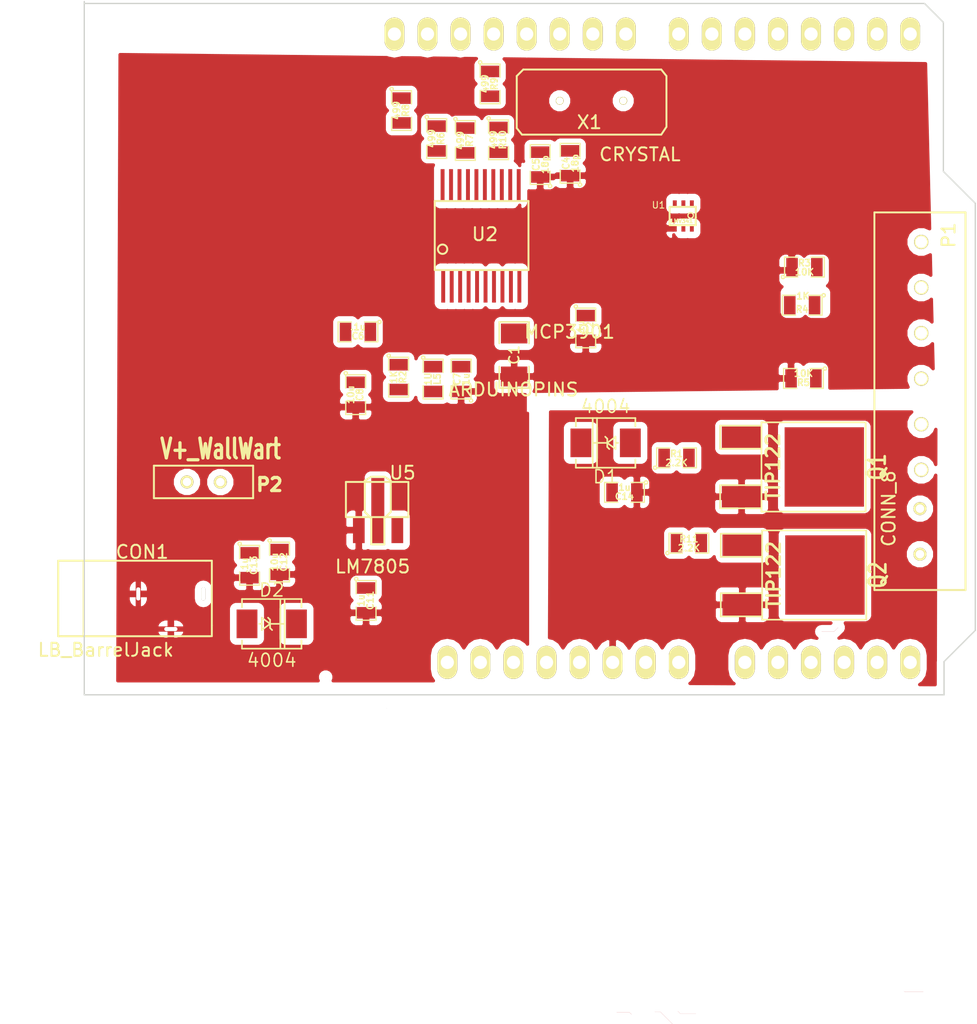
<source format=kicad_pcb>
(kicad_pcb (version 3) (host pcbnew "(2013-07-07 BZR 4022)-stable")

  (general
    (links 71)
    (no_connects 56)
    (area 144.518999 64.828999 223.816524 143.513001)
    (thickness 1.6)
    (drawings 9)
    (tracks 16)
    (zones 0)
    (modules 35)
    (nets 24)
  )

  (page A3)
  (layers
    (15 F.Cu signal)
    (0 B.Cu signal)
    (16 B.Adhes user)
    (17 F.Adhes user)
    (18 B.Paste user)
    (19 F.Paste user)
    (20 B.SilkS user)
    (21 F.SilkS user)
    (22 B.Mask user)
    (23 F.Mask user)
    (24 Dwgs.User user)
    (25 Cmts.User user)
    (26 Eco1.User user)
    (27 Eco2.User user)
    (28 Edge.Cuts user)
  )

  (setup
    (last_trace_width 0.006)
    (trace_clearance 0.006)
    (zone_clearance 0.508)
    (zone_45_only no)
    (trace_min 0.006)
    (segment_width 0.2)
    (edge_width 0.1)
    (via_size 0.01062)
    (via_drill 0.005118)
    (via_min_size 0.001)
    (via_min_drill 0.005)
    (uvia_size 0.02)
    (uvia_drill 0.013)
    (uvias_allowed no)
    (uvia_min_size 0.02)
    (uvia_min_drill 0.013)
    (pcb_text_width 0.3)
    (pcb_text_size 1.5 1.5)
    (mod_edge_width 0.15)
    (mod_text_size 1 1)
    (mod_text_width 0.15)
    (pad_size 1 1)
    (pad_drill 0.65)
    (pad_to_mask_clearance 0)
    (aux_axis_origin 0 0)
    (visible_elements 7FFFFFFF)
    (pcbplotparams
      (layerselection 3178497)
      (usegerberextensions true)
      (excludeedgelayer true)
      (linewidth 0.150000)
      (plotframeref false)
      (viasonmask false)
      (mode 1)
      (useauxorigin false)
      (hpglpennumber 1)
      (hpglpenspeed 20)
      (hpglpendiameter 15)
      (hpglpenoverlay 2)
      (psnegative false)
      (psa4output false)
      (plotreference true)
      (plotvalue true)
      (plotothertext true)
      (plotinvisibletext false)
      (padsonsilk false)
      (subtractmaskfromsilk false)
      (outputformat 1)
      (mirror false)
      (drillshape 1)
      (scaleselection 1)
      (outputdirectory ""))
  )

  (net 0 "")
  (net 1 +5V)
  (net 2 /Arduino/PumpUp)
  (net 3 /Arduino/V+_ARD)
  (net 4 "/Digital Access/MISO_ISO")
  (net 5 "/Digital Access/MOSI_ISO")
  (net 6 "/Digital Access/OSC1")
  (net 7 "/Digital Access/OSC2")
  (net 8 "/Digital Access/RFIN+")
  (net 9 "/Digital Access/SCLK_ISO")
  (net 10 "/Digital Access/pH_ADC+")
  (net 11 "/Digital Access/~CS_ISO")
  (net 12 /Pumps/DownPump)
  (net 13 /Pumps/PUMP)
  (net 14 /Pumps/SW_DownPump)
  (net 15 /Pumps/SW_UpPump)
  (net 16 /Pumps/V+_DownPump)
  (net 17 /Temperature/Temp)
  (net 18 "/Wall Wart/Vin")
  (net 19 /pH/V+_WallWart)
  (net 20 "/pH/pH_V+(in)")
  (net 21 AGND)
  (net 22 GND)
  (net 23 N-0000034)

  (net_class Default "This is the default net class."
    (clearance 0.006)
    (trace_width 0.006)
    (via_dia 0.01062)
    (via_drill 0.005118)
    (uvia_dia 0.02)
    (uvia_drill 0.013)
    (add_net "")
    (add_net +5V)
    (add_net /Arduino/PumpUp)
    (add_net /Arduino/V+_ARD)
    (add_net "/Digital Access/MISO_ISO")
    (add_net "/Digital Access/MOSI_ISO")
    (add_net "/Digital Access/OSC1")
    (add_net "/Digital Access/OSC2")
    (add_net "/Digital Access/RFIN+")
    (add_net "/Digital Access/SCLK_ISO")
    (add_net "/Digital Access/pH_ADC+")
    (add_net "/Digital Access/~CS_ISO")
    (add_net /Pumps/DownPump)
    (add_net /Pumps/PUMP)
    (add_net /Pumps/SW_DownPump)
    (add_net /Pumps/SW_UpPump)
    (add_net /Pumps/V+_DownPump)
    (add_net /Temperature/Temp)
    (add_net "/Wall Wart/Vin")
    (add_net /pH/V+_WallWart)
    (add_net "/pH/pH_V+(in)")
    (add_net AGND)
    (add_net GND)
    (add_net N-0000034)
  )

  (net_class POWER ""
    (clearance 0.006)
    (trace_width 0.01)
    (via_dia 0.01338)
    (via_drill 0.007874)
    (uvia_dia 0.02)
    (uvia_drill 0.013)
  )

  (module ArduinoLettuceBuddy (layer F.Cu) (tedit 53E204EA) (tstamp 53E209C7)
    (at 150.95 118.25)
    (path /53DCD805/53E0F48C)
    (fp_text reference ARD1 (at 32.385 -25.4) (layer F.SilkS) hide
      (effects (font (size 1 1) (thickness 0.15)))
    )
    (fp_text value ARDUINOPINS (at 33.02 -23.495) (layer F.SilkS)
      (effects (font (size 1 1) (thickness 0.15)))
    )
    (fp_line (start 66.04 -51.816) (end 66.04 -40.386) (layer Eco1.User) (width 0.15))
    (fp_line (start 66.04 -51.816) (end 64.516 -53.34) (layer Eco1.User) (width 0.15))
    (fp_line (start 64.516 -53.34) (end 0 -53.34) (layer Eco1.User) (width 0.15))
    (fp_line (start 66.04 0) (end 0 0) (layer Eco1.User) (width 0.15))
    (fp_line (start 68.58 -37.846) (end 68.58 -5.08) (layer Eco1.User) (width 0.15))
    (fp_line (start 68.58 -5.08) (end 66.04 -2.54) (layer Eco1.User) (width 0.15))
    (fp_line (start 66.04 -2.54) (end 66.04 0) (layer Eco1.User) (width 0.15))
    (fp_line (start 66.04 -40.386) (end 68.58 -37.846) (layer Eco1.User) (width 0.15))
    (fp_line (start 0 -12.065) (end 11.43 -12.065) (layer Eco1.User) (width 0.15))
    (fp_line (start 11.43 -12.065) (end 11.43 -3.175) (layer Eco1.User) (width 0.15))
    (fp_line (start 11.43 -3.175) (end -0.127 -3.175) (layer Eco1.User) (width 0.15))
    (fp_line (start -1.905 -3.175) (end -1.905 -12.065) (layer Eco1.User) (width 0.15))
    (fp_line (start -1.905 -12.065) (end 0 -12.065) (layer Eco1.User) (width 0.15))
    (fp_line (start 0 -3.175) (end -1.905 -3.175) (layer Eco1.User) (width 0.15))
    (fp_line (start 0 -43.815) (end 9.525 -43.815) (layer Eco1.User) (width 0.15))
    (fp_line (start 9.525 -43.815) (end 9.525 -31.115) (layer Eco1.User) (width 0.15))
    (fp_line (start 9.525 -31.115) (end -0.127 -31.115) (layer Eco1.User) (width 0.15))
    (fp_line (start -6.35 -43.815) (end -6.35 -31.115) (layer Eco1.User) (width 0.15))
    (fp_line (start -6.35 -31.115) (end 0 -31.115) (layer Eco1.User) (width 0.15))
    (fp_line (start -6.35 -43.815) (end 0 -43.815) (layer Eco1.User) (width 0.15))
    (fp_line (start 0 -53.34) (end 0 0) (layer Eco1.User) (width 0.15))
    (pad 19 thru_hole oval (at 41.656 -50.8) (size 1.524 2.54) (drill 1.016)
      (layers *.Cu *.Mask F.SilkS)
    )
    (pad 20 thru_hole oval (at 39.116 -50.8) (size 1.524 2.54) (drill 1.016)
      (layers *.Cu *.Mask F.SilkS)
    )
    (pad 21 thru_hole oval (at 36.576 -50.8) (size 1.524 2.54) (drill 1.016)
      (layers *.Cu *.Mask F.SilkS)
    )
    (pad 22 thru_hole oval (at 34.036 -50.8) (size 1.524 2.54) (drill 1.016)
      (layers *.Cu *.Mask F.SilkS)
    )
    (pad 23 thru_hole oval (at 31.496 -50.8) (size 1.524 2.54) (drill 1.016)
      (layers *.Cu *.Mask F.SilkS)
    )
    (pad 24 thru_hole oval (at 28.956 -50.8) (size 1.524 2.54) (drill 1.016)
      (layers *.Cu *.Mask F.SilkS)
    )
    (pad 25 thru_hole oval (at 26.416 -50.8) (size 1.524 2.54) (drill 1.016)
      (layers *.Cu *.Mask F.SilkS)
    )
    (pad 26 thru_hole oval (at 23.876 -50.8) (size 1.524 2.54) (drill 1.016)
      (layers *.Cu *.Mask F.SilkS)
    )
    (pad 28 thru_hole oval (at 35.56 -2.54) (size 1.524 2.54) (drill 1.016)
      (layers *.Cu *.Mask F.SilkS)
    )
    (pad 27 thru_hole oval (at 33.02 -2.54) (size 1.524 2.54) (drill 1.016)
      (layers *.Cu *.Mask F.SilkS)
    )
    (pad 29 thru_hole oval (at 30.48 -2.54) (size 1.524 2.54) (drill 1.016)
      (layers *.Cu *.Mask F.SilkS)
    )
    (pad 30 thru_hole oval (at 27.94 -2.54) (size 1.524 2.54) (drill 1.016)
      (layers *.Cu *.Mask F.SilkS)
    )
    (pad 1 thru_hole oval (at 38.1 -2.54) (size 1.524 2.54) (drill 1.016)
      (layers *.Cu *.Mask F.SilkS)
      (net 3 /Arduino/V+_ARD)
    )
    (pad 2 thru_hole oval (at 40.64 -2.54) (size 1.524 2.54) (drill 1.016)
      (layers *.Cu *.Mask F.SilkS)
      (net 22 GND)
    )
    (pad 3 thru_hole oval (at 43.18 -2.54) (size 1.524 2.54) (drill 1.016)
      (layers *.Cu *.Mask F.SilkS)
    )
    (pad 4 thru_hole oval (at 45.72 -2.54) (size 1.524 2.54) (drill 1.016)
      (layers *.Cu *.Mask F.SilkS)
    )
    (pad 5 thru_hole oval (at 50.8 -2.54) (size 1.524 2.54) (drill 1.016)
      (layers *.Cu *.Mask F.SilkS)
      (net 12 /Pumps/DownPump)
    )
    (pad 6 thru_hole oval (at 53.34 -2.54) (size 1.524 2.54) (drill 1.016)
      (layers *.Cu *.Mask F.SilkS)
      (net 2 /Arduino/PumpUp)
    )
    (pad 7 thru_hole oval (at 55.88 -2.54) (size 1.524 2.54) (drill 1.016)
      (layers *.Cu *.Mask F.SilkS)
    )
    (pad 8 thru_hole oval (at 58.42 -2.54) (size 1.524 2.54) (drill 1.016)
      (layers *.Cu *.Mask F.SilkS)
    )
    (pad 9 thru_hole oval (at 60.96 -2.54) (size 1.524 2.54) (drill 1.016)
      (layers *.Cu *.Mask F.SilkS)
    )
    (pad 10 thru_hole oval (at 63.5 -2.54) (size 1.524 2.54) (drill 1.016)
      (layers *.Cu *.Mask F.SilkS)
    )
    (pad 11 thru_hole oval (at 63.5 -50.8) (size 1.524 2.54) (drill 1.016)
      (layers *.Cu *.Mask F.SilkS)
    )
    (pad 12 thru_hole oval (at 60.96 -50.8) (size 1.524 2.54) (drill 1.016)
      (layers *.Cu *.Mask F.SilkS)
    )
    (pad 13 thru_hole oval (at 58.42 -50.8) (size 1.524 2.54) (drill 1.016)
      (layers *.Cu *.Mask F.SilkS)
    )
    (pad 14 thru_hole oval (at 55.88 -50.8) (size 1.524 2.54) (drill 1.016)
      (layers *.Cu *.Mask F.SilkS)
    )
    (pad 15 thru_hole oval (at 53.34 -50.8) (size 1.524 2.54) (drill 1.016)
      (layers *.Cu *.Mask F.SilkS)
    )
    (pad 16 thru_hole oval (at 50.8 -50.8) (size 1.524 2.54) (drill 1.016)
      (layers *.Cu *.Mask F.SilkS)
    )
    (pad 17 thru_hole oval (at 48.26 -50.8) (size 1.524 2.54) (drill 1.016)
      (layers *.Cu *.Mask F.SilkS)
    )
    (pad 18 thru_hole oval (at 45.72 -50.8) (size 1.524 2.54) (drill 1.016)
      (layers *.Cu *.Mask F.SilkS)
    )
  )

  (module SM0805 (layer F.Cu) (tedit 5091495C) (tstamp 53E1FE08)
    (at 206.25 93.9 180)
    (path /53C98328/53CE4168)
    (attr smd)
    (fp_text reference R5 (at 0 -0.3175 180) (layer F.SilkS)
      (effects (font (size 0.50038 0.50038) (thickness 0.10922)))
    )
    (fp_text value 10K (at 0 0.381 180) (layer F.SilkS)
      (effects (font (size 0.50038 0.50038) (thickness 0.10922)))
    )
    (fp_circle (center -1.651 0.762) (end -1.651 0.635) (layer F.SilkS) (width 0.09906))
    (fp_line (start -0.508 0.762) (end -1.524 0.762) (layer F.SilkS) (width 0.09906))
    (fp_line (start -1.524 0.762) (end -1.524 -0.762) (layer F.SilkS) (width 0.09906))
    (fp_line (start -1.524 -0.762) (end -0.508 -0.762) (layer F.SilkS) (width 0.09906))
    (fp_line (start 0.508 -0.762) (end 1.524 -0.762) (layer F.SilkS) (width 0.09906))
    (fp_line (start 1.524 -0.762) (end 1.524 0.762) (layer F.SilkS) (width 0.09906))
    (fp_line (start 1.524 0.762) (end 0.508 0.762) (layer F.SilkS) (width 0.09906))
    (pad 1 smd rect (at -0.9525 0 180) (size 0.889 1.397)
      (layers F.Cu F.Paste F.Mask)
      (net 17 /Temperature/Temp)
    )
    (pad 2 smd rect (at 0.9525 0 180) (size 0.889 1.397)
      (layers F.Cu F.Paste F.Mask)
      (net 21 AGND)
    )
    (model smd/chip_cms.wrl
      (at (xyz 0 0 0))
      (scale (xyz 0.1 0.1 0.1))
      (rotate (xyz 0 0 0))
    )
  )

  (module SM0805 (layer F.Cu) (tedit 5091495C) (tstamp 53E1FE15)
    (at 172.65 110.95 270)
    (path /53DB8BC1/53DB8C26)
    (attr smd)
    (fp_text reference C11 (at 0 -0.3175 270) (layer F.SilkS)
      (effects (font (size 0.50038 0.50038) (thickness 0.10922)))
    )
    (fp_text value 1u (at 0 0.381 270) (layer F.SilkS)
      (effects (font (size 0.50038 0.50038) (thickness 0.10922)))
    )
    (fp_circle (center -1.651 0.762) (end -1.651 0.635) (layer F.SilkS) (width 0.09906))
    (fp_line (start -0.508 0.762) (end -1.524 0.762) (layer F.SilkS) (width 0.09906))
    (fp_line (start -1.524 0.762) (end -1.524 -0.762) (layer F.SilkS) (width 0.09906))
    (fp_line (start -1.524 -0.762) (end -0.508 -0.762) (layer F.SilkS) (width 0.09906))
    (fp_line (start 0.508 -0.762) (end 1.524 -0.762) (layer F.SilkS) (width 0.09906))
    (fp_line (start 1.524 -0.762) (end 1.524 0.762) (layer F.SilkS) (width 0.09906))
    (fp_line (start 1.524 0.762) (end 0.508 0.762) (layer F.SilkS) (width 0.09906))
    (pad 1 smd rect (at -0.9525 0 270) (size 0.889 1.397)
      (layers F.Cu F.Paste F.Mask)
      (net 18 "/Wall Wart/Vin")
    )
    (pad 2 smd rect (at 0.9525 0 270) (size 0.889 1.397)
      (layers F.Cu F.Paste F.Mask)
      (net 21 AGND)
    )
    (model smd/chip_cms.wrl
      (at (xyz 0 0 0))
      (scale (xyz 0.1 0.1 0.1))
      (rotate (xyz 0 0 0))
    )
  )

  (module SM0805 (layer F.Cu) (tedit 5091495C) (tstamp 53E29430)
    (at 163.7 108.25 270)
    (path /53DB8BC1/53DB8C1F)
    (attr smd)
    (fp_text reference C13 (at 0 -0.3175 270) (layer F.SilkS)
      (effects (font (size 0.50038 0.50038) (thickness 0.10922)))
    )
    (fp_text value .1u (at 0 0.381 270) (layer F.SilkS)
      (effects (font (size 0.50038 0.50038) (thickness 0.10922)))
    )
    (fp_circle (center -1.651 0.762) (end -1.651 0.635) (layer F.SilkS) (width 0.09906))
    (fp_line (start -0.508 0.762) (end -1.524 0.762) (layer F.SilkS) (width 0.09906))
    (fp_line (start -1.524 0.762) (end -1.524 -0.762) (layer F.SilkS) (width 0.09906))
    (fp_line (start -1.524 -0.762) (end -0.508 -0.762) (layer F.SilkS) (width 0.09906))
    (fp_line (start 0.508 -0.762) (end 1.524 -0.762) (layer F.SilkS) (width 0.09906))
    (fp_line (start 1.524 -0.762) (end 1.524 0.762) (layer F.SilkS) (width 0.09906))
    (fp_line (start 1.524 0.762) (end 0.508 0.762) (layer F.SilkS) (width 0.09906))
    (pad 1 smd rect (at -0.9525 0 270) (size 0.889 1.397)
      (layers F.Cu F.Paste F.Mask)
      (net 1 +5V)
    )
    (pad 2 smd rect (at 0.9525 0 270) (size 0.889 1.397)
      (layers F.Cu F.Paste F.Mask)
      (net 21 AGND)
    )
    (model smd/chip_cms.wrl
      (at (xyz 0 0 0))
      (scale (xyz 0.1 0.1 0.1))
      (rotate (xyz 0 0 0))
    )
  )

  (module SM0805 (layer F.Cu) (tedit 5091495C) (tstamp 53E1FE2F)
    (at 166 108 270)
    (path /53DB8BC1/53DB8C11)
    (attr smd)
    (fp_text reference C12 (at 0 -0.3175 270) (layer F.SilkS)
      (effects (font (size 0.50038 0.50038) (thickness 0.10922)))
    )
    (fp_text value 10u (at 0 0.381 270) (layer F.SilkS)
      (effects (font (size 0.50038 0.50038) (thickness 0.10922)))
    )
    (fp_circle (center -1.651 0.762) (end -1.651 0.635) (layer F.SilkS) (width 0.09906))
    (fp_line (start -0.508 0.762) (end -1.524 0.762) (layer F.SilkS) (width 0.09906))
    (fp_line (start -1.524 0.762) (end -1.524 -0.762) (layer F.SilkS) (width 0.09906))
    (fp_line (start -1.524 -0.762) (end -0.508 -0.762) (layer F.SilkS) (width 0.09906))
    (fp_line (start 0.508 -0.762) (end 1.524 -0.762) (layer F.SilkS) (width 0.09906))
    (fp_line (start 1.524 -0.762) (end 1.524 0.762) (layer F.SilkS) (width 0.09906))
    (fp_line (start 1.524 0.762) (end 0.508 0.762) (layer F.SilkS) (width 0.09906))
    (pad 1 smd rect (at -0.9525 0 270) (size 0.889 1.397)
      (layers F.Cu F.Paste F.Mask)
      (net 1 +5V)
    )
    (pad 2 smd rect (at 0.9525 0 270) (size 0.889 1.397)
      (layers F.Cu F.Paste F.Mask)
      (net 21 AGND)
    )
    (model smd/chip_cms.wrl
      (at (xyz 0 0 0))
      (scale (xyz 0.1 0.1 0.1))
      (rotate (xyz 0 0 0))
    )
  )

  (module SM0805 (layer F.Cu) (tedit 53E5F88E) (tstamp 53E1FE3C)
    (at 206.15 88.275 180)
    (path /53C9635B/53D7D158)
    (attr smd)
    (fp_text reference R4 (at 0 -0.3175 180) (layer F.SilkS)
      (effects (font (size 0.50038 0.50038) (thickness 0.10922)))
    )
    (fp_text value 1K (at -0.05 0.7 180) (layer F.SilkS)
      (effects (font (size 0.50038 0.50038) (thickness 0.10922)))
    )
    (fp_circle (center -1.651 0.762) (end -1.651 0.635) (layer F.SilkS) (width 0.09906))
    (fp_line (start -0.508 0.762) (end -1.524 0.762) (layer F.SilkS) (width 0.09906))
    (fp_line (start -1.524 0.762) (end -1.524 -0.762) (layer F.SilkS) (width 0.09906))
    (fp_line (start -1.524 -0.762) (end -0.508 -0.762) (layer F.SilkS) (width 0.09906))
    (fp_line (start 0.508 -0.762) (end 1.524 -0.762) (layer F.SilkS) (width 0.09906))
    (fp_line (start 1.524 -0.762) (end 1.524 0.762) (layer F.SilkS) (width 0.09906))
    (fp_line (start 1.524 0.762) (end 0.508 0.762) (layer F.SilkS) (width 0.09906))
    (pad 1 smd rect (at -0.9525 0 180) (size 0.889 1.397)
      (layers F.Cu F.Paste F.Mask)
      (net 10 "/Digital Access/pH_ADC+")
    )
    (pad 2 smd rect (at 0.9525 0 180) (size 0.889 1.397)
      (layers F.Cu F.Paste F.Mask)
      (net 21 AGND)
    )
    (model smd/chip_cms.wrl
      (at (xyz 0 0 0))
      (scale (xyz 0.1 0.1 0.1))
      (rotate (xyz 0 0 0))
    )
  )

  (module SM0805 (layer F.Cu) (tedit 5091495C) (tstamp 53E1FE49)
    (at 206.325 85.35)
    (path /53C9635B/53D7D144)
    (attr smd)
    (fp_text reference R3 (at 0 -0.3175) (layer F.SilkS)
      (effects (font (size 0.50038 0.50038) (thickness 0.10922)))
    )
    (fp_text value 10K (at 0 0.381) (layer F.SilkS)
      (effects (font (size 0.50038 0.50038) (thickness 0.10922)))
    )
    (fp_circle (center -1.651 0.762) (end -1.651 0.635) (layer F.SilkS) (width 0.09906))
    (fp_line (start -0.508 0.762) (end -1.524 0.762) (layer F.SilkS) (width 0.09906))
    (fp_line (start -1.524 0.762) (end -1.524 -0.762) (layer F.SilkS) (width 0.09906))
    (fp_line (start -1.524 -0.762) (end -0.508 -0.762) (layer F.SilkS) (width 0.09906))
    (fp_line (start 0.508 -0.762) (end 1.524 -0.762) (layer F.SilkS) (width 0.09906))
    (fp_line (start 1.524 -0.762) (end 1.524 0.762) (layer F.SilkS) (width 0.09906))
    (fp_line (start 1.524 0.762) (end 0.508 0.762) (layer F.SilkS) (width 0.09906))
    (pad 1 smd rect (at -0.9525 0) (size 0.889 1.397)
      (layers F.Cu F.Paste F.Mask)
      (net 19 /pH/V+_WallWart)
    )
    (pad 2 smd rect (at 0.9525 0) (size 0.889 1.397)
      (layers F.Cu F.Paste F.Mask)
      (net 10 "/Digital Access/pH_ADC+")
    )
    (model smd/chip_cms.wrl
      (at (xyz 0 0 0))
      (scale (xyz 0.1 0.1 0.1))
      (rotate (xyz 0 0 0))
    )
  )

  (module SM0805 (layer F.Cu) (tedit 5091495C) (tstamp 53E20A22)
    (at 175.15 93.8 270)
    (path /53CA7F21/53DB6B94)
    (attr smd)
    (fp_text reference R2 (at 0 -0.3175 270) (layer F.SilkS)
      (effects (font (size 0.50038 0.50038) (thickness 0.10922)))
    )
    (fp_text value 1K (at 0 0.381 270) (layer F.SilkS)
      (effects (font (size 0.50038 0.50038) (thickness 0.10922)))
    )
    (fp_circle (center -1.651 0.762) (end -1.651 0.635) (layer F.SilkS) (width 0.09906))
    (fp_line (start -0.508 0.762) (end -1.524 0.762) (layer F.SilkS) (width 0.09906))
    (fp_line (start -1.524 0.762) (end -1.524 -0.762) (layer F.SilkS) (width 0.09906))
    (fp_line (start -1.524 -0.762) (end -0.508 -0.762) (layer F.SilkS) (width 0.09906))
    (fp_line (start 0.508 -0.762) (end 1.524 -0.762) (layer F.SilkS) (width 0.09906))
    (fp_line (start 1.524 -0.762) (end 1.524 0.762) (layer F.SilkS) (width 0.09906))
    (fp_line (start 1.524 0.762) (end 0.508 0.762) (layer F.SilkS) (width 0.09906))
    (pad 1 smd rect (at -0.9525 0 270) (size 0.889 1.397)
      (layers F.Cu F.Paste F.Mask)
      (net 1 +5V)
    )
    (pad 2 smd rect (at 0.9525 0 270) (size 0.889 1.397)
      (layers F.Cu F.Paste F.Mask)
      (net 1 +5V)
    )
    (model smd/chip_cms.wrl
      (at (xyz 0 0 0))
      (scale (xyz 0.1 0.1 0.1))
      (rotate (xyz 0 0 0))
    )
  )

  (module SM0805 (layer F.Cu) (tedit 5091495C) (tstamp 53E1FE63)
    (at 189.525 90.025 270)
    (path /53CA7F21/53E3E770)
    (attr smd)
    (fp_text reference C2 (at 0 -0.3175 270) (layer F.SilkS)
      (effects (font (size 0.50038 0.50038) (thickness 0.10922)))
    )
    (fp_text value .1u (at 0 0.381 270) (layer F.SilkS)
      (effects (font (size 0.50038 0.50038) (thickness 0.10922)))
    )
    (fp_circle (center -1.651 0.762) (end -1.651 0.635) (layer F.SilkS) (width 0.09906))
    (fp_line (start -0.508 0.762) (end -1.524 0.762) (layer F.SilkS) (width 0.09906))
    (fp_line (start -1.524 0.762) (end -1.524 -0.762) (layer F.SilkS) (width 0.09906))
    (fp_line (start -1.524 -0.762) (end -0.508 -0.762) (layer F.SilkS) (width 0.09906))
    (fp_line (start 0.508 -0.762) (end 1.524 -0.762) (layer F.SilkS) (width 0.09906))
    (fp_line (start 1.524 -0.762) (end 1.524 0.762) (layer F.SilkS) (width 0.09906))
    (fp_line (start 1.524 0.762) (end 0.508 0.762) (layer F.SilkS) (width 0.09906))
    (pad 1 smd rect (at -0.9525 0 270) (size 0.889 1.397)
      (layers F.Cu F.Paste F.Mask)
      (net 8 "/Digital Access/RFIN+")
    )
    (pad 2 smd rect (at 0.9525 0 270) (size 0.889 1.397)
      (layers F.Cu F.Paste F.Mask)
      (net 21 AGND)
    )
    (model smd/chip_cms.wrl
      (at (xyz 0 0 0))
      (scale (xyz 0.1 0.1 0.1))
      (rotate (xyz 0 0 0))
    )
  )

  (module SM0805 (layer F.Cu) (tedit 5091495C) (tstamp 53E1FE7D)
    (at 172.025 90.325 180)
    (path /53CA7F21/53CE351B)
    (attr smd)
    (fp_text reference C6 (at 0 -0.3175 180) (layer F.SilkS)
      (effects (font (size 0.50038 0.50038) (thickness 0.10922)))
    )
    (fp_text value .1u (at 0 0.381 180) (layer F.SilkS)
      (effects (font (size 0.50038 0.50038) (thickness 0.10922)))
    )
    (fp_circle (center -1.651 0.762) (end -1.651 0.635) (layer F.SilkS) (width 0.09906))
    (fp_line (start -0.508 0.762) (end -1.524 0.762) (layer F.SilkS) (width 0.09906))
    (fp_line (start -1.524 0.762) (end -1.524 -0.762) (layer F.SilkS) (width 0.09906))
    (fp_line (start -1.524 -0.762) (end -0.508 -0.762) (layer F.SilkS) (width 0.09906))
    (fp_line (start 0.508 -0.762) (end 1.524 -0.762) (layer F.SilkS) (width 0.09906))
    (fp_line (start 1.524 -0.762) (end 1.524 0.762) (layer F.SilkS) (width 0.09906))
    (fp_line (start 1.524 0.762) (end 0.508 0.762) (layer F.SilkS) (width 0.09906))
    (pad 1 smd rect (at -0.9525 0 180) (size 0.889 1.397)
      (layers F.Cu F.Paste F.Mask)
      (net 1 +5V)
    )
    (pad 2 smd rect (at 0.9525 0 180) (size 0.889 1.397)
      (layers F.Cu F.Paste F.Mask)
      (net 23 N-0000034)
    )
    (model smd/chip_cms.wrl
      (at (xyz 0 0 0))
      (scale (xyz 0.1 0.1 0.1))
      (rotate (xyz 0 0 0))
    )
  )

  (module SM0805 (layer F.Cu) (tedit 5091495C) (tstamp 53E1FE8A)
    (at 196.5 100)
    (path /53C2998C/53CBD483)
    (attr smd)
    (fp_text reference R1 (at 0 -0.3175) (layer F.SilkS)
      (effects (font (size 0.50038 0.50038) (thickness 0.10922)))
    )
    (fp_text value 2.2K (at 0 0.381) (layer F.SilkS)
      (effects (font (size 0.50038 0.50038) (thickness 0.10922)))
    )
    (fp_circle (center -1.651 0.762) (end -1.651 0.635) (layer F.SilkS) (width 0.09906))
    (fp_line (start -0.508 0.762) (end -1.524 0.762) (layer F.SilkS) (width 0.09906))
    (fp_line (start -1.524 0.762) (end -1.524 -0.762) (layer F.SilkS) (width 0.09906))
    (fp_line (start -1.524 -0.762) (end -0.508 -0.762) (layer F.SilkS) (width 0.09906))
    (fp_line (start 0.508 -0.762) (end 1.524 -0.762) (layer F.SilkS) (width 0.09906))
    (fp_line (start 1.524 -0.762) (end 1.524 0.762) (layer F.SilkS) (width 0.09906))
    (fp_line (start 1.524 0.762) (end 0.508 0.762) (layer F.SilkS) (width 0.09906))
    (pad 1 smd rect (at -0.9525 0) (size 0.889 1.397)
      (layers F.Cu F.Paste F.Mask)
      (net 12 /Pumps/DownPump)
    )
    (pad 2 smd rect (at 0.9525 0) (size 0.889 1.397)
      (layers F.Cu F.Paste F.Mask)
      (net 13 /Pumps/PUMP)
    )
    (model smd/chip_cms.wrl
      (at (xyz 0 0 0))
      (scale (xyz 0.1 0.1 0.1))
      (rotate (xyz 0 0 0))
    )
  )

  (module SM0805 (layer F.Cu) (tedit 5091495C) (tstamp 53E1FE97)
    (at 171.85 95.15 270)
    (path /53CA7F21/5257A6DE)
    (attr smd)
    (fp_text reference C8 (at 0 -0.3175 270) (layer F.SilkS)
      (effects (font (size 0.50038 0.50038) (thickness 0.10922)))
    )
    (fp_text value 10u (at 0 0.381 270) (layer F.SilkS)
      (effects (font (size 0.50038 0.50038) (thickness 0.10922)))
    )
    (fp_circle (center -1.651 0.762) (end -1.651 0.635) (layer F.SilkS) (width 0.09906))
    (fp_line (start -0.508 0.762) (end -1.524 0.762) (layer F.SilkS) (width 0.09906))
    (fp_line (start -1.524 0.762) (end -1.524 -0.762) (layer F.SilkS) (width 0.09906))
    (fp_line (start -1.524 -0.762) (end -0.508 -0.762) (layer F.SilkS) (width 0.09906))
    (fp_line (start 0.508 -0.762) (end 1.524 -0.762) (layer F.SilkS) (width 0.09906))
    (fp_line (start 1.524 -0.762) (end 1.524 0.762) (layer F.SilkS) (width 0.09906))
    (fp_line (start 1.524 0.762) (end 0.508 0.762) (layer F.SilkS) (width 0.09906))
    (pad 1 smd rect (at -0.9525 0 270) (size 0.889 1.397)
      (layers F.Cu F.Paste F.Mask)
      (net 23 N-0000034)
    )
    (pad 2 smd rect (at 0.9525 0 270) (size 0.889 1.397)
      (layers F.Cu F.Paste F.Mask)
      (net 21 AGND)
    )
    (model smd/chip_cms.wrl
      (at (xyz 0 0 0))
      (scale (xyz 0.1 0.1 0.1))
      (rotate (xyz 0 0 0))
    )
  )

  (module SM0805 (layer F.Cu) (tedit 5091495C) (tstamp 53E1FEA4)
    (at 179.95 93.95 90)
    (path /53CA7F21/5257A886)
    (attr smd)
    (fp_text reference C7 (at 0 -0.3175 90) (layer F.SilkS)
      (effects (font (size 0.50038 0.50038) (thickness 0.10922)))
    )
    (fp_text value 1u (at 0 0.381 90) (layer F.SilkS)
      (effects (font (size 0.50038 0.50038) (thickness 0.10922)))
    )
    (fp_circle (center -1.651 0.762) (end -1.651 0.635) (layer F.SilkS) (width 0.09906))
    (fp_line (start -0.508 0.762) (end -1.524 0.762) (layer F.SilkS) (width 0.09906))
    (fp_line (start -1.524 0.762) (end -1.524 -0.762) (layer F.SilkS) (width 0.09906))
    (fp_line (start -1.524 -0.762) (end -0.508 -0.762) (layer F.SilkS) (width 0.09906))
    (fp_line (start 0.508 -0.762) (end 1.524 -0.762) (layer F.SilkS) (width 0.09906))
    (fp_line (start 1.524 -0.762) (end 1.524 0.762) (layer F.SilkS) (width 0.09906))
    (fp_line (start 1.524 0.762) (end 0.508 0.762) (layer F.SilkS) (width 0.09906))
    (pad 1 smd rect (at -0.9525 0 90) (size 0.889 1.397)
      (layers F.Cu F.Paste F.Mask)
      (net 21 AGND)
    )
    (pad 2 smd rect (at 0.9525 0 90) (size 0.889 1.397)
      (layers F.Cu F.Paste F.Mask)
      (net 1 +5V)
    )
    (model smd/chip_cms.wrl
      (at (xyz 0 0 0))
      (scale (xyz 0.1 0.1 0.1))
      (rotate (xyz 0 0 0))
    )
  )

  (module SM0805 (layer F.Cu) (tedit 5091495C) (tstamp 53E1FEB1)
    (at 177.8 93.95 270)
    (path /53CA7F21/528976A6)
    (attr smd)
    (fp_text reference L5 (at 0 -0.3175 270) (layer F.SilkS)
      (effects (font (size 0.50038 0.50038) (thickness 0.10922)))
    )
    (fp_text value 1U (at 0 0.381 270) (layer F.SilkS)
      (effects (font (size 0.50038 0.50038) (thickness 0.10922)))
    )
    (fp_circle (center -1.651 0.762) (end -1.651 0.635) (layer F.SilkS) (width 0.09906))
    (fp_line (start -0.508 0.762) (end -1.524 0.762) (layer F.SilkS) (width 0.09906))
    (fp_line (start -1.524 0.762) (end -1.524 -0.762) (layer F.SilkS) (width 0.09906))
    (fp_line (start -1.524 -0.762) (end -0.508 -0.762) (layer F.SilkS) (width 0.09906))
    (fp_line (start 0.508 -0.762) (end 1.524 -0.762) (layer F.SilkS) (width 0.09906))
    (fp_line (start 1.524 -0.762) (end 1.524 0.762) (layer F.SilkS) (width 0.09906))
    (fp_line (start 1.524 0.762) (end 0.508 0.762) (layer F.SilkS) (width 0.09906))
    (pad 1 smd rect (at -0.9525 0 270) (size 0.889 1.397)
      (layers F.Cu F.Paste F.Mask)
      (net 1 +5V)
    )
    (pad 2 smd rect (at 0.9525 0 270) (size 0.889 1.397)
      (layers F.Cu F.Paste F.Mask)
      (net 1 +5V)
    )
    (model smd/chip_cms.wrl
      (at (xyz 0 0 0))
      (scale (xyz 0.1 0.1 0.1))
      (rotate (xyz 0 0 0))
    )
  )

  (module SM0805 (layer F.Cu) (tedit 5091495C) (tstamp 53E3697B)
    (at 186.025 77.475 90)
    (path /53CA7F21/53CAF6B6)
    (attr smd)
    (fp_text reference C5 (at 0 -0.3175 90) (layer F.SilkS)
      (effects (font (size 0.50038 0.50038) (thickness 0.10922)))
    )
    (fp_text value 18p (at 0 0.381 90) (layer F.SilkS)
      (effects (font (size 0.50038 0.50038) (thickness 0.10922)))
    )
    (fp_circle (center -1.651 0.762) (end -1.651 0.635) (layer F.SilkS) (width 0.09906))
    (fp_line (start -0.508 0.762) (end -1.524 0.762) (layer F.SilkS) (width 0.09906))
    (fp_line (start -1.524 0.762) (end -1.524 -0.762) (layer F.SilkS) (width 0.09906))
    (fp_line (start -1.524 -0.762) (end -0.508 -0.762) (layer F.SilkS) (width 0.09906))
    (fp_line (start 0.508 -0.762) (end 1.524 -0.762) (layer F.SilkS) (width 0.09906))
    (fp_line (start 1.524 -0.762) (end 1.524 0.762) (layer F.SilkS) (width 0.09906))
    (fp_line (start 1.524 0.762) (end 0.508 0.762) (layer F.SilkS) (width 0.09906))
    (pad 1 smd rect (at -0.9525 0 90) (size 0.889 1.397)
      (layers F.Cu F.Paste F.Mask)
      (net 21 AGND)
    )
    (pad 2 smd rect (at 0.9525 0 90) (size 0.889 1.397)
      (layers F.Cu F.Paste F.Mask)
      (net 7 "/Digital Access/OSC2")
    )
    (model smd/chip_cms.wrl
      (at (xyz 0 0 0))
      (scale (xyz 0.1 0.1 0.1))
      (rotate (xyz 0 0 0))
    )
  )

  (module SM0805 (layer F.Cu) (tedit 5091495C) (tstamp 53E1FED8)
    (at 188.325 77.375 90)
    (path /53CA7F21/53CAF6C5)
    (attr smd)
    (fp_text reference C4 (at 0 -0.3175 90) (layer F.SilkS)
      (effects (font (size 0.50038 0.50038) (thickness 0.10922)))
    )
    (fp_text value 18p (at 0 0.381 90) (layer F.SilkS)
      (effects (font (size 0.50038 0.50038) (thickness 0.10922)))
    )
    (fp_circle (center -1.651 0.762) (end -1.651 0.635) (layer F.SilkS) (width 0.09906))
    (fp_line (start -0.508 0.762) (end -1.524 0.762) (layer F.SilkS) (width 0.09906))
    (fp_line (start -1.524 0.762) (end -1.524 -0.762) (layer F.SilkS) (width 0.09906))
    (fp_line (start -1.524 -0.762) (end -0.508 -0.762) (layer F.SilkS) (width 0.09906))
    (fp_line (start 0.508 -0.762) (end 1.524 -0.762) (layer F.SilkS) (width 0.09906))
    (fp_line (start 1.524 -0.762) (end 1.524 0.762) (layer F.SilkS) (width 0.09906))
    (fp_line (start 1.524 0.762) (end 0.508 0.762) (layer F.SilkS) (width 0.09906))
    (pad 1 smd rect (at -0.9525 0 90) (size 0.889 1.397)
      (layers F.Cu F.Paste F.Mask)
      (net 21 AGND)
    )
    (pad 2 smd rect (at 0.9525 0 90) (size 0.889 1.397)
      (layers F.Cu F.Paste F.Mask)
      (net 6 "/Digital Access/OSC1")
    )
    (model smd/chip_cms.wrl
      (at (xyz 0 0 0))
      (scale (xyz 0.1 0.1 0.1))
      (rotate (xyz 0 0 0))
    )
  )

  (module "DO-214AC(SMA)" (layer F.Cu) (tedit 50924EEA) (tstamp 53E1FF16)
    (at 165.4 112.75)
    (descr "DO-214AC (SMA)  PACKAGE.")
    (tags "DO-214AC SMA")
    (path /53DB8BC1/53DBBCE6)
    (attr smd)
    (fp_text reference D2 (at 0 -2.60096) (layer F.SilkS)
      (effects (font (size 1.00076 1.00076) (thickness 0.11938)))
    )
    (fp_text value 4004 (at 0 2.79908) (layer F.SilkS)
      (effects (font (size 1.00076 1.00076) (thickness 0.11938)))
    )
    (fp_line (start -0.762 0) (end -0.9652 0) (layer F.SilkS) (width 0.127))
    (fp_line (start -2.286 -1.905) (end 2.286 -1.905) (layer F.SilkS) (width 0.127))
    (fp_line (start 2.286 -1.905) (end 2.286 -1.27) (layer F.SilkS) (width 0.127))
    (fp_line (start 0.6604 1.905) (end 0.6604 -1.905) (layer F.SilkS) (width 0.127))
    (fp_line (start 0.9906 1.905) (end 0.9906 -1.905) (layer F.SilkS) (width 0.127))
    (fp_line (start -2.286 1.27) (end -2.286 1.905) (layer F.SilkS) (width 0.127))
    (fp_line (start -2.286 1.905) (end 2.286 1.905) (layer F.SilkS) (width 0.127))
    (fp_line (start 2.286 1.905) (end 2.286 1.27) (layer F.SilkS) (width 0.127))
    (fp_line (start -2.286 -1.27) (end -2.286 -1.905) (layer F.SilkS) (width 0.127))
    (fp_line (start -0.127 0) (end -0.762 -0.47498) (layer F.SilkS) (width 0.127))
    (fp_line (start -0.762 -0.47498) (end -0.762 0) (layer F.SilkS) (width 0.127))
    (fp_line (start -0.762 0) (end -0.762 0.47498) (layer F.SilkS) (width 0.127))
    (fp_line (start -0.762 0.47498) (end -0.127 0) (layer F.SilkS) (width 0.127))
    (fp_line (start -0.127 0) (end -0.127 -0.3175) (layer F.SilkS) (width 0.127))
    (fp_line (start -0.127 -0.3175) (end -0.28448 -0.47498) (layer F.SilkS) (width 0.127))
    (fp_line (start -0.127 0) (end -0.127 0.3175) (layer F.SilkS) (width 0.127))
    (fp_line (start -0.127 0.3175) (end 0.03048 0.47498) (layer F.SilkS) (width 0.127))
    (fp_line (start -0.127 0) (end 0.98298 0) (layer F.SilkS) (width 0.127))
    (pad 1 smd rect (at -1.89992 0) (size 1.6002 2.19964)
      (layers F.Cu F.Paste F.Mask)
      (net 18 "/Wall Wart/Vin")
    )
    (pad 2 smd rect (at 1.89992 0) (size 1.6002 2.19964)
      (layers F.Cu F.Paste F.Mask)
      (net 18 "/Wall Wart/Vin")
    )
    (model smd/do214.wrl
      (at (xyz 0 0 0))
      (scale (xyz 0.95 0.95 0.95))
      (rotate (xyz 0 0 0))
    )
  )

  (module SM0805 (layer F.Cu) (tedit 5091495C) (tstamp 53E26E17)
    (at 192.5 102.65 180)
    (path /53C2998C/53E26DDA)
    (attr smd)
    (fp_text reference C14 (at 0 -0.3175 180) (layer F.SilkS)
      (effects (font (size 0.50038 0.50038) (thickness 0.10922)))
    )
    (fp_text value 1u (at 0 0.381 180) (layer F.SilkS)
      (effects (font (size 0.50038 0.50038) (thickness 0.10922)))
    )
    (fp_circle (center -1.651 0.762) (end -1.651 0.635) (layer F.SilkS) (width 0.09906))
    (fp_line (start -0.508 0.762) (end -1.524 0.762) (layer F.SilkS) (width 0.09906))
    (fp_line (start -1.524 0.762) (end -1.524 -0.762) (layer F.SilkS) (width 0.09906))
    (fp_line (start -1.524 -0.762) (end -0.508 -0.762) (layer F.SilkS) (width 0.09906))
    (fp_line (start 0.508 -0.762) (end 1.524 -0.762) (layer F.SilkS) (width 0.09906))
    (fp_line (start 1.524 -0.762) (end 1.524 0.762) (layer F.SilkS) (width 0.09906))
    (fp_line (start 1.524 0.762) (end 0.508 0.762) (layer F.SilkS) (width 0.09906))
    (pad 1 smd rect (at -0.9525 0 180) (size 0.889 1.397)
      (layers F.Cu F.Paste F.Mask)
      (net 22 GND)
    )
    (pad 2 smd rect (at 0.9525 0 180) (size 0.889 1.397)
      (layers F.Cu F.Paste F.Mask)
      (net 3 /Arduino/V+_ARD)
    )
    (model smd/chip_cms.wrl
      (at (xyz 0 0 0))
      (scale (xyz 0.1 0.1 0.1))
      (rotate (xyz 0 0 0))
    )
  )

  (module SM1206 (layer F.Cu) (tedit 42806E24) (tstamp 53E4C58B)
    (at 184.025 92.1 270)
    (path /53CA7F21/53E3E761)
    (attr smd)
    (fp_text reference C1 (at 0 0 270) (layer F.SilkS)
      (effects (font (size 0.762 0.762) (thickness 0.127)))
    )
    (fp_text value 10u (at 0 0 270) (layer F.SilkS) hide
      (effects (font (size 0.762 0.762) (thickness 0.127)))
    )
    (fp_line (start -2.54 -1.143) (end -2.54 1.143) (layer F.SilkS) (width 0.127))
    (fp_line (start -2.54 1.143) (end -0.889 1.143) (layer F.SilkS) (width 0.127))
    (fp_line (start 0.889 -1.143) (end 2.54 -1.143) (layer F.SilkS) (width 0.127))
    (fp_line (start 2.54 -1.143) (end 2.54 1.143) (layer F.SilkS) (width 0.127))
    (fp_line (start 2.54 1.143) (end 0.889 1.143) (layer F.SilkS) (width 0.127))
    (fp_line (start -0.889 -1.143) (end -2.54 -1.143) (layer F.SilkS) (width 0.127))
    (pad 1 smd rect (at -1.651 0 270) (size 1.524 2.032)
      (layers F.Cu F.Paste F.Mask)
      (net 8 "/Digital Access/RFIN+")
    )
    (pad 2 smd rect (at 1.651 0 270) (size 1.524 2.032)
      (layers F.Cu F.Paste F.Mask)
      (net 21 AGND)
    )
    (model smd/chip_cms.wrl
      (at (xyz 0 0 0))
      (scale (xyz 0.17 0.16 0.16))
      (rotate (xyz 0 0 0))
    )
  )

  (module SM0805 (layer F.Cu) (tedit 5091495C) (tstamp 53E4C598)
    (at 178.075 75.475 270)
    (path /53E4B553)
    (attr smd)
    (fp_text reference R6 (at 0 -0.3175 270) (layer F.SilkS)
      (effects (font (size 0.50038 0.50038) (thickness 0.10922)))
    )
    (fp_text value 499 (at 0 0.381 270) (layer F.SilkS)
      (effects (font (size 0.50038 0.50038) (thickness 0.10922)))
    )
    (fp_circle (center -1.651 0.762) (end -1.651 0.635) (layer F.SilkS) (width 0.09906))
    (fp_line (start -0.508 0.762) (end -1.524 0.762) (layer F.SilkS) (width 0.09906))
    (fp_line (start -1.524 0.762) (end -1.524 -0.762) (layer F.SilkS) (width 0.09906))
    (fp_line (start -1.524 -0.762) (end -0.508 -0.762) (layer F.SilkS) (width 0.09906))
    (fp_line (start 0.508 -0.762) (end 1.524 -0.762) (layer F.SilkS) (width 0.09906))
    (fp_line (start 1.524 -0.762) (end 1.524 0.762) (layer F.SilkS) (width 0.09906))
    (fp_line (start 1.524 0.762) (end 0.508 0.762) (layer F.SilkS) (width 0.09906))
    (pad 1 smd rect (at -0.9525 0 270) (size 0.889 1.397)
      (layers F.Cu F.Paste F.Mask)
    )
    (pad 2 smd rect (at 0.9525 0 270) (size 0.889 1.397)
      (layers F.Cu F.Paste F.Mask)
      (net 9 "/Digital Access/SCLK_ISO")
    )
    (model smd/chip_cms.wrl
      (at (xyz 0 0 0))
      (scale (xyz 0.1 0.1 0.1))
      (rotate (xyz 0 0 0))
    )
  )

  (module SM0805 (layer F.Cu) (tedit 5091495C) (tstamp 53E4C5B2)
    (at 175.375 73.325 270)
    (path /53E4B566)
    (attr smd)
    (fp_text reference R8 (at 0 -0.3175 270) (layer F.SilkS)
      (effects (font (size 0.50038 0.50038) (thickness 0.10922)))
    )
    (fp_text value 499 (at 0 0.381 270) (layer F.SilkS)
      (effects (font (size 0.50038 0.50038) (thickness 0.10922)))
    )
    (fp_circle (center -1.651 0.762) (end -1.651 0.635) (layer F.SilkS) (width 0.09906))
    (fp_line (start -0.508 0.762) (end -1.524 0.762) (layer F.SilkS) (width 0.09906))
    (fp_line (start -1.524 0.762) (end -1.524 -0.762) (layer F.SilkS) (width 0.09906))
    (fp_line (start -1.524 -0.762) (end -0.508 -0.762) (layer F.SilkS) (width 0.09906))
    (fp_line (start 0.508 -0.762) (end 1.524 -0.762) (layer F.SilkS) (width 0.09906))
    (fp_line (start 1.524 -0.762) (end 1.524 0.762) (layer F.SilkS) (width 0.09906))
    (fp_line (start 1.524 0.762) (end 0.508 0.762) (layer F.SilkS) (width 0.09906))
    (pad 1 smd rect (at -0.9525 0 270) (size 0.889 1.397)
      (layers F.Cu F.Paste F.Mask)
    )
    (pad 2 smd rect (at 0.9525 0 270) (size 0.889 1.397)
      (layers F.Cu F.Paste F.Mask)
      (net 5 "/Digital Access/MOSI_ISO")
    )
    (model smd/chip_cms.wrl
      (at (xyz 0 0 0))
      (scale (xyz 0.1 0.1 0.1))
      (rotate (xyz 0 0 0))
    )
  )

  (module SM0805 (layer F.Cu) (tedit 5091495C) (tstamp 53E4C5BF)
    (at 182.175 71.275 270)
    (path /53E4B56C)
    (attr smd)
    (fp_text reference R9 (at 0 -0.3175 270) (layer F.SilkS)
      (effects (font (size 0.50038 0.50038) (thickness 0.10922)))
    )
    (fp_text value 499 (at 0 0.381 270) (layer F.SilkS)
      (effects (font (size 0.50038 0.50038) (thickness 0.10922)))
    )
    (fp_circle (center -1.651 0.762) (end -1.651 0.635) (layer F.SilkS) (width 0.09906))
    (fp_line (start -0.508 0.762) (end -1.524 0.762) (layer F.SilkS) (width 0.09906))
    (fp_line (start -1.524 0.762) (end -1.524 -0.762) (layer F.SilkS) (width 0.09906))
    (fp_line (start -1.524 -0.762) (end -0.508 -0.762) (layer F.SilkS) (width 0.09906))
    (fp_line (start 0.508 -0.762) (end 1.524 -0.762) (layer F.SilkS) (width 0.09906))
    (fp_line (start 1.524 -0.762) (end 1.524 0.762) (layer F.SilkS) (width 0.09906))
    (fp_line (start 1.524 0.762) (end 0.508 0.762) (layer F.SilkS) (width 0.09906))
    (pad 1 smd rect (at -0.9525 0 270) (size 0.889 1.397)
      (layers F.Cu F.Paste F.Mask)
    )
    (pad 2 smd rect (at 0.9525 0 270) (size 0.889 1.397)
      (layers F.Cu F.Paste F.Mask)
      (net 11 "/Digital Access/~CS_ISO")
    )
    (model smd/chip_cms.wrl
      (at (xyz 0 0 0))
      (scale (xyz 0.1 0.1 0.1))
      (rotate (xyz 0 0 0))
    )
  )

  (module SM0805 (layer F.Cu) (tedit 5091495C) (tstamp 53E4C5CC)
    (at 182.825 75.575 270)
    (path /53E4B572)
    (attr smd)
    (fp_text reference R10 (at 0 -0.3175 270) (layer F.SilkS)
      (effects (font (size 0.50038 0.50038) (thickness 0.10922)))
    )
    (fp_text value 499 (at 0 0.381 270) (layer F.SilkS)
      (effects (font (size 0.50038 0.50038) (thickness 0.10922)))
    )
    (fp_circle (center -1.651 0.762) (end -1.651 0.635) (layer F.SilkS) (width 0.09906))
    (fp_line (start -0.508 0.762) (end -1.524 0.762) (layer F.SilkS) (width 0.09906))
    (fp_line (start -1.524 0.762) (end -1.524 -0.762) (layer F.SilkS) (width 0.09906))
    (fp_line (start -1.524 -0.762) (end -0.508 -0.762) (layer F.SilkS) (width 0.09906))
    (fp_line (start 0.508 -0.762) (end 1.524 -0.762) (layer F.SilkS) (width 0.09906))
    (fp_line (start 1.524 -0.762) (end 1.524 0.762) (layer F.SilkS) (width 0.09906))
    (fp_line (start 1.524 0.762) (end 0.508 0.762) (layer F.SilkS) (width 0.09906))
    (pad 1 smd rect (at -0.9525 0 270) (size 0.889 1.397)
      (layers F.Cu F.Paste F.Mask)
    )
    (pad 2 smd rect (at 0.9525 0 270) (size 0.889 1.397)
      (layers F.Cu F.Paste F.Mask)
      (net 1 +5V)
    )
    (model smd/chip_cms.wrl
      (at (xyz 0 0 0))
      (scale (xyz 0.1 0.1 0.1))
      (rotate (xyz 0 0 0))
    )
  )

  (module LB_MCP3901 (layer F.Cu) (tedit 53E4EEA7) (tstamp 53E5F089)
    (at 177.875 80.325)
    (path /53CA7F21/52578016)
    (fp_text reference U2 (at 3.9 2.5) (layer F.SilkS)
      (effects (font (size 1 1) (thickness 0.15)))
    )
    (fp_text value MCP3901 (at 10.4 10) (layer F.SilkS)
      (effects (font (size 1 1) (thickness 0.15)))
    )
    (fp_circle (center 0.65 3.65) (end 0.85 3.95) (layer F.SilkS) (width 0.15))
    (fp_line (start 0.05 -0.05) (end 7.25 -0.05) (layer F.SilkS) (width 0.15))
    (fp_line (start 7.25 -0.05) (end 7.25 5.25) (layer F.SilkS) (width 0.15))
    (fp_line (start 7.25 5.25) (end 0.05 5.25) (layer F.SilkS) (width 0.15))
    (fp_line (start 0.05 5.25) (end 0.05 -0.05) (layer F.SilkS) (width 0.15))
    (pad 1 smd rect (at 0.7 6.5) (size 0.3 2.5)
      (layers F.Cu F.Paste F.Mask)
    )
    (pad 2 smd rect (at 1.35 6.5) (size 0.3 2.5)
      (layers F.Cu F.Paste F.Mask)
      (net 1 +5V)
    )
    (pad 3 smd rect (at 2 6.5) (size 0.3 2.5)
      (layers F.Cu F.Paste F.Mask)
      (net 1 +5V)
    )
    (pad 4 smd rect (at 2.65 6.5) (size 0.3 2.5)
      (layers F.Cu F.Paste F.Mask)
      (net 10 "/Digital Access/pH_ADC+")
    )
    (pad 5 smd rect (at 3.3 6.5) (size 0.3 2.5)
      (layers F.Cu F.Paste F.Mask)
      (net 10 "/Digital Access/pH_ADC+")
    )
    (pad 6 smd rect (at 3.95 6.5) (size 0.3 2.5)
      (layers F.Cu F.Paste F.Mask)
      (net 21 AGND)
    )
    (pad 7 smd rect (at 4.6 6.5) (size 0.3 2.5)
      (layers F.Cu F.Paste F.Mask)
      (net 17 /Temperature/Temp)
    )
    (pad 8 smd rect (at 5.25 6.5) (size 0.3 2.5)
      (layers F.Cu F.Paste F.Mask)
      (net 21 AGND)
    )
    (pad 9 smd rect (at 5.9 6.5) (size 0.3 2.5)
      (layers F.Cu F.Paste F.Mask)
      (net 8 "/Digital Access/RFIN+")
    )
    (pad 10 smd rect (at 6.55 6.5) (size 0.3 2.5)
      (layers F.Cu F.Paste F.Mask)
    )
    (pad 11 smd rect (at 6.5 -1.25) (size 0.3 2.5)
      (layers F.Cu F.Paste F.Mask)
      (net 21 AGND)
    )
    (pad 12 smd rect (at 5.85 -1.25) (size 0.3 2.5)
      (layers F.Cu F.Paste F.Mask)
    )
    (pad 13 smd rect (at 5.2 -1.25) (size 0.3 2.5)
      (layers F.Cu F.Paste F.Mask)
    )
    (pad 14 smd rect (at 4.55 -1.25) (size 0.3 2.5)
      (layers F.Cu F.Paste F.Mask)
      (net 1 +5V)
    )
    (pad 15 smd rect (at 3.9 -1.25) (size 0.3 2.5)
      (layers F.Cu F.Paste F.Mask)
      (net 6 "/Digital Access/OSC1")
    )
    (pad 16 smd rect (at 3.25 -1.25) (size 0.3 2.5)
      (layers F.Cu F.Paste F.Mask)
      (net 7 "/Digital Access/OSC2")
    )
    (pad 17 smd rect (at 2.6 -1.25) (size 0.3 2.5)
      (layers F.Cu F.Paste F.Mask)
      (net 11 "/Digital Access/~CS_ISO")
    )
    (pad 18 smd rect (at 1.95 -1.25) (size 0.3 2.5)
      (layers F.Cu F.Paste F.Mask)
      (net 9 "/Digital Access/SCLK_ISO")
    )
    (pad 19 smd rect (at 1.3 -1.25) (size 0.3 2.5)
      (layers F.Cu F.Paste F.Mask)
      (net 4 "/Digital Access/MISO_ISO")
    )
    (pad 20 smd rect (at 0.65 -1.25) (size 0.3 2.5)
      (layers F.Cu F.Paste F.Mask)
      (net 5 "/Digital Access/MOSI_ISO")
    )
  )

  (module LB_Crystal (layer F.Cu) (tedit 53E4FE16) (tstamp 53E5F0A8)
    (at 184.225 75.175)
    (path /53CA7F21/53CAF696)
    (fp_text reference X1 (at 5.58 -0.95) (layer F.SilkS)
      (effects (font (size 1 1) (thickness 0.15)))
    )
    (fp_text value CRYSTAL (at 9.46 1.52) (layer F.SilkS)
      (effects (font (size 1 1) (thickness 0.15)))
    )
    (fp_line (start 11.1 -5) (end 11.5 -4.5) (layer F.SilkS) (width 0.15))
    (fp_line (start 11.1 0) (end 11.5 -0.6) (layer F.SilkS) (width 0.15))
    (fp_line (start 0 -0.5) (end 0 -4.5) (layer F.SilkS) (width 0.15))
    (fp_line (start 0 -0.5) (end 0.4 0) (layer F.SilkS) (width 0.15))
    (fp_line (start 0 -4.5) (end 0.5 -5) (layer F.SilkS) (width 0.15))
    (fp_line (start 0.4 0) (end 11.1 0) (layer F.SilkS) (width 0.15))
    (fp_line (start 11.5 -0.6) (end 11.5 -4.5) (layer F.SilkS) (width 0.15))
    (fp_line (start 11.1 -5) (end 0.5 -5) (layer F.SilkS) (width 0.15))
    (pad 1 thru_hole circle (at 3.3 -2.6) (size 0.6 0.6) (drill 0.5)
      (layers *.Cu *.Mask F.SilkS)
      (net 7 "/Digital Access/OSC2")
    )
    (pad 2 thru_hole circle (at 8.18 -2.6) (size 0.6 0.6) (drill 0.5)
      (layers *.Cu *.Mask F.SilkS)
      (net 6 "/Digital Access/OSC1")
    )
  )

  (module DPAK2 (layer F.Cu) (tedit 451BAACE) (tstamp 53E5F0CB)
    (at 201.5 100.7 270)
    (descr "MOS boitier DPACK G-D-S")
    (tags "CMD DPACK")
    (path /53C2998C/53CBD30E)
    (attr smd)
    (fp_text reference Q1 (at 0 -10.414 270) (layer F.SilkS)
      (effects (font (size 1.27 1.016) (thickness 0.2032)))
    )
    (fp_text value TIP122 (at 0 -2.413 270) (layer F.SilkS)
      (effects (font (size 1.016 1.016) (thickness 0.2032)))
    )
    (fp_line (start 1.397 -1.524) (end 1.397 1.651) (layer F.SilkS) (width 0.127))
    (fp_line (start 1.397 1.651) (end 3.175 1.651) (layer F.SilkS) (width 0.127))
    (fp_line (start 3.175 1.651) (end 3.175 -1.524) (layer F.SilkS) (width 0.127))
    (fp_line (start -3.175 -1.524) (end -3.175 1.651) (layer F.SilkS) (width 0.127))
    (fp_line (start -3.175 1.651) (end -1.397 1.651) (layer F.SilkS) (width 0.127))
    (fp_line (start -1.397 1.651) (end -1.397 -1.524) (layer F.SilkS) (width 0.127))
    (fp_line (start 3.429 -7.62) (end 3.429 -1.524) (layer F.SilkS) (width 0.127))
    (fp_line (start 3.429 -1.524) (end -3.429 -1.524) (layer F.SilkS) (width 0.127))
    (fp_line (start -3.429 -1.524) (end -3.429 -9.398) (layer F.SilkS) (width 0.127))
    (fp_line (start -3.429 -9.525) (end 3.429 -9.525) (layer F.SilkS) (width 0.127))
    (fp_line (start 3.429 -9.398) (end 3.429 -7.62) (layer F.SilkS) (width 0.127))
    (pad 1 smd rect (at -2.286 0 270) (size 1.651 3.048)
      (layers F.Cu F.Paste F.Mask)
      (net 13 /Pumps/PUMP)
    )
    (pad 2 smd rect (at 0 -6.35 270) (size 6.096 6.096)
      (layers F.Cu F.Paste F.Mask)
      (net 14 /Pumps/SW_DownPump)
    )
    (pad 3 smd rect (at 2.286 0 270) (size 1.651 3.048)
      (layers F.Cu F.Paste F.Mask)
      (net 22 GND)
    )
    (model smd/dpack_2.wrl
      (at (xyz 0 0 0))
      (scale (xyz 1 1 1))
      (rotate (xyz 0 0 0))
    )
  )

  (module SM0805 (layer F.Cu) (tedit 5091495C) (tstamp 53E6006C)
    (at 180.275 75.625 270)
    (path /53E4B560)
    (attr smd)
    (fp_text reference R7 (at 0 -0.3175 270) (layer F.SilkS)
      (effects (font (size 0.50038 0.50038) (thickness 0.10922)))
    )
    (fp_text value 499 (at 0 0.381 270) (layer F.SilkS)
      (effects (font (size 0.50038 0.50038) (thickness 0.10922)))
    )
    (fp_circle (center -1.651 0.762) (end -1.651 0.635) (layer F.SilkS) (width 0.09906))
    (fp_line (start -0.508 0.762) (end -1.524 0.762) (layer F.SilkS) (width 0.09906))
    (fp_line (start -1.524 0.762) (end -1.524 -0.762) (layer F.SilkS) (width 0.09906))
    (fp_line (start -1.524 -0.762) (end -0.508 -0.762) (layer F.SilkS) (width 0.09906))
    (fp_line (start 0.508 -0.762) (end 1.524 -0.762) (layer F.SilkS) (width 0.09906))
    (fp_line (start 1.524 -0.762) (end 1.524 0.762) (layer F.SilkS) (width 0.09906))
    (fp_line (start 1.524 0.762) (end 0.508 0.762) (layer F.SilkS) (width 0.09906))
    (pad 1 smd rect (at -0.9525 0 270) (size 0.889 1.397)
      (layers F.Cu F.Paste F.Mask)
    )
    (pad 2 smd rect (at 0.9525 0 270) (size 0.889 1.397)
      (layers F.Cu F.Paste F.Mask)
      (net 4 "/Digital Access/MISO_ISO")
    )
    (model smd/chip_cms.wrl
      (at (xyz 0 0 0))
      (scale (xyz 0.1 0.1 0.1))
      (rotate (xyz 0 0 0))
    )
  )

  (module LB_SOT89 (layer F.Cu) (tedit 53E60CDE) (tstamp 53E60E97)
    (at 172.05 105.35)
    (path /53DB8BC1/53DB8BFE)
    (fp_text reference U5 (at 3.4 -4.2) (layer F.SilkS)
      (effects (font (size 1 1) (thickness 0.15)))
    )
    (fp_text value LM7805 (at 1.1 3) (layer F.SilkS)
      (effects (font (size 1 1) (thickness 0.15)))
    )
    (fp_line (start 2.5 -3.6) (end 2 -3.9) (layer F.SilkS) (width 0.15))
    (fp_line (start 2 -3.9) (end 1 -3.9) (layer F.SilkS) (width 0.15))
    (fp_line (start 1 -3.9) (end 0.5 -3.6) (layer F.SilkS) (width 0.15))
    (fp_line (start 0.5 -3.6) (end 0.5 -1.2) (layer F.SilkS) (width 0.15))
    (fp_line (start 2.5 -3.3) (end 2.5 -3.6) (layer F.SilkS) (width 0.15))
    (fp_line (start 2.5 -1.2) (end 2.5 -3.2) (layer F.SilkS) (width 0.15))
    (fp_line (start 1 -0.7) (end 0.5 -1.2) (layer F.SilkS) (width 0.15))
    (fp_line (start 2 -0.7) (end 2.5 -1.2) (layer F.SilkS) (width 0.15))
    (fp_line (start 1 -0.7) (end 1 1.3) (layer F.SilkS) (width 0.15))
    (fp_line (start 1 1.3) (end 2 1.3) (layer F.SilkS) (width 0.15))
    (fp_line (start 2 1.3) (end 2 -0.7) (layer F.SilkS) (width 0.15))
    (fp_line (start 3.75 -3.5) (end -0.95 -3.5) (layer F.SilkS) (width 0.15))
    (fp_line (start -0.95 -3.5) (end -0.95 -0.8) (layer F.SilkS) (width 0.15))
    (fp_line (start -0.95 -0.8) (end 3.85 -0.8) (layer F.SilkS) (width 0.15))
    (fp_line (start 3.85 -0.8) (end 3.85 -3.5) (layer F.SilkS) (width 0.15))
    (pad 1 smd rect (at 0.04 0.2) (size 0.9 2)
      (layers F.Cu F.Paste F.Mask)
      (net 21 AGND)
    )
    (pad 3 smd rect (at 3 0.2) (size 0.9 2)
      (layers F.Cu F.Paste F.Mask)
      (net 18 "/Wall Wart/Vin")
    )
    (pad 2 smd rect (at 1.5 -1.3) (size 1 5)
      (layers F.Cu F.Paste F.Mask)
      (net 1 +5V)
    )
  )

  (module LB_BarrelJack (layer F.Cu) (tedit 53E61C2E) (tstamp 53E61C6F)
    (at 148.95 107.95)
    (path /53DB8BC1/53DB8C46)
    (fp_text reference CON1 (at 6.5 -0.725) (layer F.SilkS)
      (effects (font (size 1 1) (thickness 0.15)))
    )
    (fp_text value LB_BarrelJack (at 3.7 6.8) (layer F.SilkS)
      (effects (font (size 1 1) (thickness 0.15)))
    )
    (fp_line (start 2 5.5) (end 2 5.7) (layer F.SilkS) (width 0.15))
    (fp_line (start 2 0) (end 2 5.6) (layer F.SilkS) (width 0.15))
    (fp_line (start 0.05 4.925) (end 0.05 5.75) (layer F.SilkS) (width 0.15))
    (fp_line (start 0.05 5.75) (end 0.325 5.75) (layer F.SilkS) (width 0.15))
    (fp_line (start 11.375 -0.05) (end 11.85 -0.05) (layer F.SilkS) (width 0.15))
    (fp_line (start 11.85 4.9) (end 11.85 5.75) (layer F.SilkS) (width 0.15))
    (fp_line (start 0.35 5.75) (end 11.75 5.75) (layer F.SilkS) (width 0.15))
    (fp_line (start 11.85 4.95) (end 11.85 -0.05) (layer F.SilkS) (width 0.15))
    (fp_line (start 11.45 -0.05) (end 0.05 -0.05) (layer F.SilkS) (width 0.15))
    (fp_line (start 0.05 -0.05) (end 0.05 4.95) (layer F.SilkS) (width 0.15))
    (pad 2 thru_hole oval (at 6.2 2.5 180) (size 0.3 1) (drill oval 0.3 1)
      (layers *.Cu *.Mask F.SilkS)
      (net 21 AGND)
    )
    (pad 3 thru_hole oval (at 8.7 5.2 180) (size 1 0.3) (drill oval 1 0.3)
      (layers *.Cu *.Mask F.SilkS)
      (net 21 AGND)
    )
    (pad 1 thru_hole oval (at 11.2 2.5 180) (size 0.3 1) (drill oval 0.3 1)
      (layers *.Cu *.Mask F.SilkS)
      (net 18 "/Wall Wart/Vin")
    )
  )

  (module "DO-214AC(SMA)" (layer F.Cu) (tedit 50924EEA) (tstamp 53E6A905)
    (at 191.05 98.85 180)
    (descr "DO-214AC (SMA)  PACKAGE.")
    (tags "DO-214AC SMA")
    (path /53C2998C/53CBD4B8)
    (attr smd)
    (fp_text reference D1 (at 0 -2.60096 180) (layer F.SilkS)
      (effects (font (size 1.00076 1.00076) (thickness 0.11938)))
    )
    (fp_text value 4004 (at 0 2.79908 180) (layer F.SilkS)
      (effects (font (size 1.00076 1.00076) (thickness 0.11938)))
    )
    (fp_line (start -0.762 0) (end -0.9652 0) (layer F.SilkS) (width 0.127))
    (fp_line (start -2.286 -1.905) (end 2.286 -1.905) (layer F.SilkS) (width 0.127))
    (fp_line (start 2.286 -1.905) (end 2.286 -1.27) (layer F.SilkS) (width 0.127))
    (fp_line (start 0.6604 1.905) (end 0.6604 -1.905) (layer F.SilkS) (width 0.127))
    (fp_line (start 0.9906 1.905) (end 0.9906 -1.905) (layer F.SilkS) (width 0.127))
    (fp_line (start -2.286 1.27) (end -2.286 1.905) (layer F.SilkS) (width 0.127))
    (fp_line (start -2.286 1.905) (end 2.286 1.905) (layer F.SilkS) (width 0.127))
    (fp_line (start 2.286 1.905) (end 2.286 1.27) (layer F.SilkS) (width 0.127))
    (fp_line (start -2.286 -1.27) (end -2.286 -1.905) (layer F.SilkS) (width 0.127))
    (fp_line (start -0.127 0) (end -0.762 -0.47498) (layer F.SilkS) (width 0.127))
    (fp_line (start -0.762 -0.47498) (end -0.762 0) (layer F.SilkS) (width 0.127))
    (fp_line (start -0.762 0) (end -0.762 0.47498) (layer F.SilkS) (width 0.127))
    (fp_line (start -0.762 0.47498) (end -0.127 0) (layer F.SilkS) (width 0.127))
    (fp_line (start -0.127 0) (end -0.127 -0.3175) (layer F.SilkS) (width 0.127))
    (fp_line (start -0.127 -0.3175) (end -0.28448 -0.47498) (layer F.SilkS) (width 0.127))
    (fp_line (start -0.127 0) (end -0.127 0.3175) (layer F.SilkS) (width 0.127))
    (fp_line (start -0.127 0.3175) (end 0.03048 0.47498) (layer F.SilkS) (width 0.127))
    (fp_line (start -0.127 0) (end 0.98298 0) (layer F.SilkS) (width 0.127))
    (pad 1 smd rect (at -1.89992 0 180) (size 1.6002 2.19964)
      (layers F.Cu F.Paste F.Mask)
      (net 16 /Pumps/V+_DownPump)
    )
    (pad 2 smd rect (at 1.89992 0 180) (size 1.6002 2.19964)
      (layers F.Cu F.Paste F.Mask)
      (net 3 /Arduino/V+_ARD)
    )
    (model smd/do214.wrl
      (at (xyz 0 0 0))
      (scale (xyz 0.95 0.95 0.95))
      (rotate (xyz 0 0 0))
    )
  )

  (module LB_LMV341 (layer F.Cu) (tedit 53E6AFCA) (tstamp 53E6B1D2)
    (at 197.975 82.125 180)
    (path /53C9635B/53E268A2)
    (attr smd)
    (fp_text reference U1 (at 2.86 1.54 180) (layer F.SilkS)
      (effects (font (size 0.508 0.508) (thickness 0.0762)))
    )
    (fp_text value LMV341 (at 1.07 0.31 180) (layer F.SilkS)
      (effects (font (size 0.3 0.3) (thickness 0.075)))
    )
    (fp_circle (center 0.39 0.74) (end 0.58 0.83) (layer F.SilkS) (width 0.1))
    (fp_line (start 2.01 0) (end 2.01 1.39) (layer F.SilkS) (width 0.15))
    (fp_line (start -0.01 1.41) (end 0 0.6) (layer F.SilkS) (width 0.15))
    (fp_line (start 0 0.6) (end -0.01 0.6) (layer F.SilkS) (width 0.15))
    (fp_line (start 0 -0.00972) (end 2 -0.00972) (layer F.SilkS) (width 0.15))
    (fp_line (start 2 1.39972) (end 0 1.39972) (layer F.SilkS) (width 0.15))
    (fp_line (start 0.00084 0.58972) (end 0.00084 -0.00972) (layer F.SilkS) (width 0.15))
    (pad 6 smd rect (at 0.3 -0.25 180) (size 0.3 0.5)
      (layers F.Cu F.Paste F.Mask)
      (net 19 /pH/V+_WallWart)
    )
    (pad 5 smd rect (at 0.95 -0.25 180) (size 0.3 0.5)
      (layers F.Cu F.Paste F.Mask)
    )
    (pad 3 smd rect (at 1.61 1.65 180) (size 0.3 0.5)
      (layers F.Cu F.Paste F.Mask)
      (net 10 "/Digital Access/pH_ADC+")
    )
    (pad 2 smd rect (at 0.95 1.65 180) (size 0.3 0.5)
      (layers F.Cu F.Paste F.Mask)
      (net 10 "/Digital Access/pH_ADC+")
    )
    (pad 1 smd rect (at 0.3 1.65 180) (size 0.3 0.5)
      (layers F.Cu F.Paste F.Mask)
      (net 20 "/pH/pH_V+(in)")
    )
    (pad 4 smd rect (at 1.61 -0.25) (size 0.3 0.5)
      (layers F.Cu F.Paste F.Mask)
      (net 21 AGND)
    )
    (model smd\SOT23_6.wrl
      (at (xyz 0 0 0))
      (scale (xyz 0.06 0.06 0.06))
      (rotate (xyz 0 0 -180))
    )
  )

  (module LB_2TB (layer F.Cu) (tedit 53E898B5) (tstamp 53E898DE)
    (at 156.35 103.1)
    (descr "module 2 pin (trou 6 mm)")
    (tags DEV)
    (path /53DB8BC1/53E89338)
    (fp_text reference P2 (at 8.88 -1.04) (layer F.SilkS)
      (effects (font (size 1 1) (thickness 0.25)))
    )
    (fp_text value V+_WallWart (at 5.12 -3.79) (layer F.SilkS)
      (effects (font (size 1.524 1) (thickness 0.25)))
    )
    (fp_line (start 0 0) (end 7.62 0) (layer F.SilkS) (width 0.15))
    (fp_line (start 7.62 0) (end 7.62 -2.5) (layer F.SilkS) (width 0.15))
    (fp_line (start 7.62 -2.5) (end 0 -2.5) (layer F.SilkS) (width 0.15))
    (fp_line (start 0 -2.5) (end 0 0) (layer F.SilkS) (width 0.15))
    (pad 1 thru_hole circle (at 2.54 -1.25) (size 1 1) (drill 0.65)
      (layers *.Cu *.Mask F.SilkS)
      (net 1 +5V)
    )
    (pad 2 thru_hole circle (at 5.1 -1.24) (size 1 1) (drill 0.65)
      (layers *.Cu *.Mask F.SilkS)
      (net 1 +5V)
    )
    (model "device/douille_4mm(red).wrl"
      (at (xyz -0.59 0 0))
      (scale (xyz 1.8 1.8 1.8))
      (rotate (xyz 0 0 0))
    )
    (model "device/douille_4mm(red).wrl"
      (at (xyz 0.59 0 0))
      (scale (xyz 1.8 1.8 1.8))
      (rotate (xyz 0 0 0))
    )
  )

  (module SM0805 (layer F.Cu) (tedit 5091495C) (tstamp 53EA7421)
    (at 197.45 106.55)
    (path /53C2998C/53EA6E15)
    (attr smd)
    (fp_text reference R11 (at 0 -0.3175) (layer F.SilkS)
      (effects (font (size 0.50038 0.50038) (thickness 0.10922)))
    )
    (fp_text value 2.2K (at 0 0.381) (layer F.SilkS)
      (effects (font (size 0.50038 0.50038) (thickness 0.10922)))
    )
    (fp_circle (center -1.651 0.762) (end -1.651 0.635) (layer F.SilkS) (width 0.09906))
    (fp_line (start -0.508 0.762) (end -1.524 0.762) (layer F.SilkS) (width 0.09906))
    (fp_line (start -1.524 0.762) (end -1.524 -0.762) (layer F.SilkS) (width 0.09906))
    (fp_line (start -1.524 -0.762) (end -0.508 -0.762) (layer F.SilkS) (width 0.09906))
    (fp_line (start 0.508 -0.762) (end 1.524 -0.762) (layer F.SilkS) (width 0.09906))
    (fp_line (start 1.524 -0.762) (end 1.524 0.762) (layer F.SilkS) (width 0.09906))
    (fp_line (start 1.524 0.762) (end 0.508 0.762) (layer F.SilkS) (width 0.09906))
    (pad 1 smd rect (at -0.9525 0) (size 0.889 1.397)
      (layers F.Cu F.Paste F.Mask)
      (net 2 /Arduino/PumpUp)
    )
    (pad 2 smd rect (at 0.9525 0) (size 0.889 1.397)
      (layers F.Cu F.Paste F.Mask)
      (net 13 /Pumps/PUMP)
    )
    (model smd/chip_cms.wrl
      (at (xyz 0 0 0))
      (scale (xyz 0.1 0.1 0.1))
      (rotate (xyz 0 0 0))
    )
  )

  (module DPAK2 (layer F.Cu) (tedit 451BAACE) (tstamp 53EA7433)
    (at 201.55 109 270)
    (descr "MOS boitier DPACK G-D-S")
    (tags "CMD DPACK")
    (path /53C2998C/53EA6E0F)
    (attr smd)
    (fp_text reference Q2 (at 0 -10.414 270) (layer F.SilkS)
      (effects (font (size 1.27 1.016) (thickness 0.2032)))
    )
    (fp_text value TIP122 (at 0 -2.413 270) (layer F.SilkS)
      (effects (font (size 1.016 1.016) (thickness 0.2032)))
    )
    (fp_line (start 1.397 -1.524) (end 1.397 1.651) (layer F.SilkS) (width 0.127))
    (fp_line (start 1.397 1.651) (end 3.175 1.651) (layer F.SilkS) (width 0.127))
    (fp_line (start 3.175 1.651) (end 3.175 -1.524) (layer F.SilkS) (width 0.127))
    (fp_line (start -3.175 -1.524) (end -3.175 1.651) (layer F.SilkS) (width 0.127))
    (fp_line (start -3.175 1.651) (end -1.397 1.651) (layer F.SilkS) (width 0.127))
    (fp_line (start -1.397 1.651) (end -1.397 -1.524) (layer F.SilkS) (width 0.127))
    (fp_line (start 3.429 -7.62) (end 3.429 -1.524) (layer F.SilkS) (width 0.127))
    (fp_line (start 3.429 -1.524) (end -3.429 -1.524) (layer F.SilkS) (width 0.127))
    (fp_line (start -3.429 -1.524) (end -3.429 -9.398) (layer F.SilkS) (width 0.127))
    (fp_line (start -3.429 -9.525) (end 3.429 -9.525) (layer F.SilkS) (width 0.127))
    (fp_line (start 3.429 -9.398) (end 3.429 -7.62) (layer F.SilkS) (width 0.127))
    (pad 1 smd rect (at -2.286 0 270) (size 1.651 3.048)
      (layers F.Cu F.Paste F.Mask)
      (net 13 /Pumps/PUMP)
    )
    (pad 2 smd rect (at 0 -6.35 270) (size 6.096 6.096)
      (layers F.Cu F.Paste F.Mask)
      (net 15 /Pumps/SW_UpPump)
    )
    (pad 3 smd rect (at 2.286 0 270) (size 1.651 3.048)
      (layers F.Cu F.Paste F.Mask)
      (net 22 GND)
    )
    (model smd/dpack_2.wrl
      (at (xyz 0 0 0))
      (scale (xyz 1 1 1))
      (rotate (xyz 0 0 0))
    )
  )

  (module LB_8PosTB (layer F.Cu) (tedit 53EA765D) (tstamp 53EA76E8)
    (at 218.7 81.15 270)
    (path /53EA8DDA)
    (fp_text reference P1 (at 1.75 1.3 270) (layer F.SilkS)
      (effects (font (size 1 1) (thickness 0.15)))
    )
    (fp_text value CONN_8 (at 22.75 5.9 270) (layer F.SilkS)
      (effects (font (size 1 1) (thickness 0.15)))
    )
    (fp_line (start 0 0) (end 29 0) (layer F.SilkS) (width 0.15))
    (fp_line (start 29 0) (end 29 7) (layer F.SilkS) (width 0.15))
    (fp_line (start 29 7) (end 0 7) (layer F.SilkS) (width 0.15))
    (fp_line (start 0 7) (end 0 0) (layer F.SilkS) (width 0.15))
    (pad 1 thru_hole circle (at 2.27 3.4 270) (size 1.1 1.1) (drill 0.9)
      (layers *.Cu *.Mask F.SilkS)
      (net 20 "/pH/pH_V+(in)")
    )
    (pad 2 thru_hole circle (at 5.77 3.4 270) (size 1.1 1.1) (drill 0.9)
      (layers *.Cu *.Mask F.SilkS)
      (net 10 "/Digital Access/pH_ADC+")
    )
    (pad 3 thru_hole circle (at 9.27 3.4 270) (size 1.1 1.1) (drill 0.9)
      (layers *.Cu *.Mask F.SilkS)
      (net 1 +5V)
    )
    (pad 4 thru_hole circle (at 12.77 3.4 270) (size 1.1 1.1) (drill 0.9)
      (layers *.Cu *.Mask F.SilkS)
      (net 17 /Temperature/Temp)
    )
    (pad 5 thru_hole circle (at 16.27 3.4 270) (size 1.1 1.1) (drill 0.9)
      (layers *.Cu *.Mask F.SilkS)
      (net 16 /Pumps/V+_DownPump)
    )
    (pad 6 thru_hole circle (at 19.77 3.4 270) (size 1.1 1.1) (drill 0.9)
      (layers *.Cu *.Mask F.SilkS)
      (net 14 /Pumps/SW_DownPump)
    )
    (pad 7 thru_hole circle (at 22.75 3.5 270) (size 1 1) (drill 0.65)
      (layers *.Cu *.Mask F.SilkS)
      (net 16 /Pumps/V+_DownPump)
    )
    (pad 8 thru_hole circle (at 26.25 3.5 270) (size 1 1) (drill 0.65)
      (layers *.Cu *.Mask F.SilkS)
      (net 15 /Pumps/SW_UpPump)
    )
  )

  (gr_line (start 215.55 65.1) (end 151 65.1) (angle 90) (layer Edge.Cuts) (width 0.1))
  (gr_line (start 217 66.55) (end 215.55 65.1) (angle 90) (layer Edge.Cuts) (width 0.1))
  (gr_line (start 217 78) (end 217 66.55) (angle 90) (layer Edge.Cuts) (width 0.1))
  (gr_line (start 219.45 80.45) (end 217 78) (angle 90) (layer Edge.Cuts) (width 0.1))
  (gr_line (start 219.45 113.25) (end 219.45 80.45) (angle 90) (layer Edge.Cuts) (width 0.1))
  (gr_line (start 217.05 115.65) (end 219.45 113.25) (angle 90) (layer Edge.Cuts) (width 0.1))
  (gr_line (start 217.05 118.2) (end 217.05 115.65) (angle 90) (layer Edge.Cuts) (width 0.1))
  (gr_line (start 151 118.2) (end 217.05 118.2) (angle 90) (layer Edge.Cuts) (width 0.1))
  (gr_line (start 151 64.95) (end 151 118.2) (angle 90) (layer Edge.Cuts) (width 0.1))

  (via (at 169.545 116.84) (size 0.01062) (layers F.Cu B.Cu) (net 0))
  (via (at 196.977 142.621) (size 0.01062) (layers F.Cu B.Cu) (net 0))
  (segment (start 215.455 141.01) (end 214.035 141.01) (width 0.006) (layer F.Cu) (net 0))
  (via (at 213.995 140.97) (size 0.01062) (layers F.Cu B.Cu) (net 0))
  (segment (start 214.035 141.01) (end 213.995 140.97) (width 0.006) (layer F.Cu) (net 0) (tstamp 53E35E96))
  (segment (start 191.897 142.5956) (end 192.8876 142.5956) (width 0.006) (layer F.Cu) (net 0))
  (via (at 193.04 142.748) (size 0.01062) (layers F.Cu B.Cu) (net 0))
  (segment (start 192.8876 142.5956) (end 193.04 142.748) (width 0.006) (layer F.Cu) (net 0) (tstamp 53E35F23))
  (segment (start 197.993 142.6845) (end 196.7865 142.6845) (width 0.006) (layer F.Cu) (net 0))
  (segment (start 196.7865 142.6845) (end 196.596 142.494) (width 0.006) (layer F.Cu) (net 0) (tstamp 53E36C22))
  (segment (start 194.818 142.5575) (end 195.2625 142.5575) (width 0.006) (layer F.Cu) (net 0))
  (segment (start 195.2625 142.5575) (end 196.215 143.51) (width 0.006) (layer F.Cu) (net 0) (tstamp 53E35FC6))
  (via (at 174.244 119.253) (size 0.01062) (layers F.Cu B.Cu) (net 0))
  (segment (start 207.645 113.3475) (end 208.5975 113.3475) (width 0.006) (layer F.Cu) (net 0))
  (via (at 208.915 113.03) (size 0.01062) (layers F.Cu B.Cu) (net 0))
  (segment (start 208.5975 113.3475) (end 208.915 113.03) (width 0.006) (layer F.Cu) (net 0) (tstamp 53E35EC2))

  (zone (net 22) (net_name GND) (layer F.Cu) (tstamp 53E6A995) (hatch edge 0.508)
    (connect_pads (clearance 0.508))
    (min_thickness 0.254)
    (fill (arc_segments 16) (thermal_gap 0.508) (thermal_bridge_width 0.508))
    (polygon
      (pts
        (xy 216.55 96.35) (xy 216.5 117.55) (xy 186.678205 117.400142) (xy 186.65 117.35) (xy 186.6 117.45)
        (xy 186.7 96.35) (xy 216.55 96.35)
      )
    )
    (filled_polygon
      (pts
        (xy 216.419547 97.813875) (xy 216.413185 100.511024) (xy 216.305179 100.249629) (xy 215.972125 99.915992) (xy 215.536745 99.735207)
        (xy 215.065323 99.734795) (xy 214.629629 99.914821) (xy 214.295992 100.247875) (xy 214.115207 100.683255) (xy 214.114795 101.154677)
        (xy 214.294821 101.590371) (xy 214.627875 101.924008) (xy 215.063255 102.104793) (xy 215.534677 102.105205) (xy 215.970371 101.925179)
        (xy 216.304008 101.592125) (xy 216.411245 101.333868) (xy 216.37763 115.586501) (xy 216.365 115.65) (xy 216.365 117.42232)
        (xy 216.335196 117.42217) (xy 216.335196 107.175225) (xy 216.335196 103.675225) (xy 216.162766 103.257915) (xy 215.843765 102.938356)
        (xy 215.426756 102.765198) (xy 214.975225 102.764804) (xy 214.557915 102.937234) (xy 214.238356 103.256235) (xy 214.065198 103.673244)
        (xy 214.064804 104.124775) (xy 214.237234 104.542085) (xy 214.556235 104.861644) (xy 214.973244 105.034802) (xy 215.424775 105.035196)
        (xy 215.842085 104.862766) (xy 216.161644 104.543765) (xy 216.334802 104.126756) (xy 216.335196 103.675225) (xy 216.335196 107.175225)
        (xy 216.162766 106.757915) (xy 215.843765 106.438356) (xy 215.426756 106.265198) (xy 214.975225 106.264804) (xy 214.557915 106.437234)
        (xy 214.238356 106.756235) (xy 214.065198 107.173244) (xy 214.064804 107.624775) (xy 214.237234 108.042085) (xy 214.556235 108.361644)
        (xy 214.973244 108.534802) (xy 215.424775 108.535196) (xy 215.842085 108.362766) (xy 216.161644 108.043765) (xy 216.334802 107.626756)
        (xy 216.335196 107.175225) (xy 216.335196 117.42217) (xy 215.178602 117.416358) (xy 215.437828 117.243149) (xy 215.74066 116.78993)
        (xy 215.847 116.255321) (xy 215.847 115.164679) (xy 215.74066 114.63007) (xy 215.437828 114.176851) (xy 214.984609 113.874019)
        (xy 214.45 113.767679) (xy 213.915391 113.874019) (xy 213.462172 114.176851) (xy 213.18 114.59915) (xy 212.897828 114.176851)
        (xy 212.444609 113.874019) (xy 211.91 113.767679) (xy 211.375391 113.874019) (xy 210.922172 114.176851) (xy 210.64 114.59915)
        (xy 210.357828 114.176851) (xy 209.904609 113.874019) (xy 209.37 113.767679) (xy 208.978378 113.845577) (xy 209.048634 113.798634)
        (xy 209.271935 113.575333) (xy 209.277232 113.573145) (xy 209.457512 113.39318) (xy 209.555198 113.157924) (xy 209.55542 112.903193)
        (xy 209.464484 112.68311) (xy 211.073755 112.68311) (xy 211.307229 112.586641) (xy 211.486013 112.408168) (xy 211.582889 112.174864)
        (xy 211.58311 111.922245) (xy 211.58311 105.826245) (xy 211.53311 105.705235) (xy 211.53311 103.622245) (xy 211.53311 97.526245)
        (xy 211.436641 97.292771) (xy 211.258168 97.113987) (xy 211.024864 97.017111) (xy 210.772245 97.01689) (xy 204.676245 97.01689)
        (xy 204.442771 97.113359) (xy 204.263987 97.291832) (xy 204.167111 97.525136) (xy 204.16689 97.777755) (xy 204.16689 103.873755)
        (xy 204.263359 104.107229) (xy 204.441832 104.286013) (xy 204.675136 104.382889) (xy 204.927755 104.38311) (xy 211.023755 104.38311)
        (xy 211.257229 104.286641) (xy 211.436013 104.108168) (xy 211.532889 103.874864) (xy 211.53311 103.622245) (xy 211.53311 105.705235)
        (xy 211.486641 105.592771) (xy 211.308168 105.413987) (xy 211.074864 105.317111) (xy 210.822245 105.31689) (xy 204.726245 105.31689)
        (xy 204.492771 105.413359) (xy 204.313987 105.591832) (xy 204.217111 105.825136) (xy 204.21689 106.077755) (xy 204.21689 112.173755)
        (xy 204.313359 112.407229) (xy 204.491832 112.586013) (xy 204.725136 112.682889) (xy 204.977755 112.68311) (xy 208.359621 112.68311)
        (xy 208.333231 112.7095) (xy 207.645 112.7095) (xy 207.400848 112.758065) (xy 207.193866 112.896366) (xy 207.055565 113.103348)
        (xy 207.007 113.3475) (xy 207.055565 113.591652) (xy 207.193866 113.798634) (xy 207.282136 113.857614) (xy 206.83 113.767679)
        (xy 206.295391 113.874019) (xy 205.842172 114.176851) (xy 205.56 114.59915) (xy 205.277828 114.176851) (xy 204.824609 113.874019)
        (xy 204.29 113.767679) (xy 203.755391 113.874019) (xy 203.70911 113.904943) (xy 203.70911 112.237255) (xy 203.70911 110.334745)
        (xy 203.70911 107.413745) (xy 203.70911 105.762745) (xy 203.65911 105.641735) (xy 203.65911 103.937255) (xy 203.65911 102.034745)
        (xy 203.65911 99.113745) (xy 203.65911 97.462745) (xy 203.562641 97.229271) (xy 203.384168 97.050487) (xy 203.150864 96.953611)
        (xy 202.898245 96.95339) (xy 199.850245 96.95339) (xy 199.616771 97.049859) (xy 199.437987 97.228332) (xy 199.341111 97.461636)
        (xy 199.34089 97.714255) (xy 199.34089 99.365255) (xy 199.437359 99.598729) (xy 199.615832 99.777513) (xy 199.849136 99.874389)
        (xy 200.101755 99.87461) (xy 203.149755 99.87461) (xy 203.383229 99.778141) (xy 203.562013 99.599668) (xy 203.658889 99.366364)
        (xy 203.65911 99.113745) (xy 203.65911 102.034745) (xy 203.562641 101.801271) (xy 203.384168 101.622487) (xy 203.150864 101.525611)
        (xy 202.898245 101.52539) (xy 201.78575 101.5255) (xy 201.627 101.68425) (xy 201.627 102.859) (xy 203.50025 102.859)
        (xy 203.659 102.70025) (xy 203.65911 102.034745) (xy 203.65911 103.937255) (xy 203.659 103.27175) (xy 203.50025 103.113)
        (xy 201.627 103.113) (xy 201.627 104.28775) (xy 201.78575 104.4465) (xy 202.898245 104.44661) (xy 203.150864 104.446389)
        (xy 203.384168 104.349513) (xy 203.562641 104.170729) (xy 203.65911 103.937255) (xy 203.65911 105.641735) (xy 203.612641 105.529271)
        (xy 203.434168 105.350487) (xy 203.200864 105.253611) (xy 202.948245 105.25339) (xy 201.373 105.25339) (xy 201.373 104.28775)
        (xy 201.373 103.113) (xy 201.373 102.859) (xy 201.373 101.68425) (xy 201.21425 101.5255) (xy 200.101755 101.52539)
        (xy 199.849136 101.525611) (xy 199.615832 101.622487) (xy 199.437359 101.801271) (xy 199.34089 102.034745) (xy 199.341 102.70025)
        (xy 199.49975 102.859) (xy 201.373 102.859) (xy 201.373 103.113) (xy 199.49975 103.113) (xy 199.341 103.27175)
        (xy 199.34089 103.937255) (xy 199.437359 104.170729) (xy 199.615832 104.349513) (xy 199.849136 104.446389) (xy 200.101755 104.44661)
        (xy 201.21425 104.4465) (xy 201.373 104.28775) (xy 201.373 105.25339) (xy 199.900245 105.25339) (xy 199.666771 105.349859)
        (xy 199.487987 105.528332) (xy 199.444156 105.633888) (xy 199.385641 105.492271) (xy 199.207168 105.313487) (xy 198.973864 105.216611)
        (xy 198.721245 105.21639) (xy 198.53211 105.21639) (xy 198.53211 100.572745) (xy 198.53211 99.175745) (xy 198.435641 98.942271)
        (xy 198.257168 98.763487) (xy 198.023864 98.666611) (xy 197.771245 98.66639) (xy 196.882245 98.66639) (xy 196.648771 98.762859)
        (xy 196.499897 98.911473) (xy 196.352168 98.763487) (xy 196.118864 98.666611) (xy 195.866245 98.66639) (xy 194.977245 98.66639)
        (xy 194.743771 98.762859) (xy 194.564987 98.941332) (xy 194.468111 99.174636) (xy 194.46789 99.427255) (xy 194.46789 100.824255)
        (xy 194.564359 101.057729) (xy 194.742832 101.236513) (xy 194.976136 101.333389) (xy 195.228755 101.33361) (xy 196.117755 101.33361)
        (xy 196.351229 101.237141) (xy 196.500102 101.088526) (xy 196.647832 101.236513) (xy 196.881136 101.333389) (xy 197.133755 101.33361)
        (xy 198.022755 101.33361) (xy 198.256229 101.237141) (xy 198.435013 101.058668) (xy 198.531889 100.825364) (xy 198.53211 100.572745)
        (xy 198.53211 105.21639) (xy 197.832245 105.21639) (xy 197.598771 105.312859) (xy 197.449897 105.461473) (xy 197.302168 105.313487)
        (xy 197.068864 105.216611) (xy 196.816245 105.21639) (xy 195.927245 105.21639) (xy 195.693771 105.312859) (xy 195.514987 105.491332)
        (xy 195.418111 105.724636) (xy 195.41789 105.977255) (xy 195.41789 107.374255) (xy 195.514359 107.607729) (xy 195.692832 107.786513)
        (xy 195.926136 107.883389) (xy 196.178755 107.88361) (xy 197.067755 107.88361) (xy 197.301229 107.787141) (xy 197.450102 107.638526)
        (xy 197.597832 107.786513) (xy 197.831136 107.883389) (xy 198.083755 107.88361) (xy 198.972755 107.88361) (xy 199.206229 107.787141)
        (xy 199.385013 107.608668) (xy 199.39089 107.594514) (xy 199.39089 107.665255) (xy 199.487359 107.898729) (xy 199.665832 108.077513)
        (xy 199.899136 108.174389) (xy 200.151755 108.17461) (xy 203.199755 108.17461) (xy 203.433229 108.078141) (xy 203.612013 107.899668)
        (xy 203.708889 107.666364) (xy 203.70911 107.413745) (xy 203.70911 110.334745) (xy 203.612641 110.101271) (xy 203.434168 109.922487)
        (xy 203.200864 109.825611) (xy 202.948245 109.82539) (xy 201.83575 109.8255) (xy 201.677 109.98425) (xy 201.677 111.159)
        (xy 203.55025 111.159) (xy 203.709 111.00025) (xy 203.70911 110.334745) (xy 203.70911 112.237255) (xy 203.709 111.57175)
        (xy 203.55025 111.413) (xy 201.677 111.413) (xy 201.677 112.58775) (xy 201.83575 112.7465) (xy 202.948245 112.74661)
        (xy 203.200864 112.746389) (xy 203.434168 112.649513) (xy 203.612641 112.470729) (xy 203.70911 112.237255) (xy 203.70911 113.904943)
        (xy 203.302172 114.176851) (xy 203.02 114.59915) (xy 202.737828 114.176851) (xy 202.284609 113.874019) (xy 201.75 113.767679)
        (xy 201.423 113.832723) (xy 201.423 112.58775) (xy 201.423 111.413) (xy 201.423 111.159) (xy 201.423 109.98425)
        (xy 201.26425 109.8255) (xy 200.151755 109.82539) (xy 199.899136 109.825611) (xy 199.665832 109.922487) (xy 199.487359 110.101271)
        (xy 199.39089 110.334745) (xy 199.391 111.00025) (xy 199.54975 111.159) (xy 201.423 111.159) (xy 201.423 111.413)
        (xy 199.54975 111.413) (xy 199.391 111.57175) (xy 199.39089 112.237255) (xy 199.487359 112.470729) (xy 199.665832 112.649513)
        (xy 199.899136 112.746389) (xy 200.151755 112.74661) (xy 201.26425 112.7465) (xy 201.423 112.58775) (xy 201.423 113.832723)
        (xy 201.215391 113.874019) (xy 200.762172 114.176851) (xy 200.45934 114.63007) (xy 200.353 115.164679) (xy 200.353 116.255321)
        (xy 200.45934 116.78993) (xy 200.762172 117.243149) (xy 200.91412 117.344677) (xy 197.53132 117.327678) (xy 197.657828 117.243149)
        (xy 197.96066 116.78993) (xy 198.067 116.255321) (xy 198.067 115.164679) (xy 197.96066 114.63007) (xy 197.657828 114.176851)
        (xy 197.204609 113.874019) (xy 196.67 113.767679) (xy 196.135391 113.874019) (xy 195.682172 114.176851) (xy 195.4 114.59915)
        (xy 195.117828 114.176851) (xy 194.664609 113.874019) (xy 194.53211 113.847663) (xy 194.53211 103.222745) (xy 194.53211 102.077255)
        (xy 194.531889 101.824636) (xy 194.435013 101.591332) (xy 194.38513 101.541535) (xy 194.38513 99.824065) (xy 194.38513 97.624425)
        (xy 194.288661 97.390951) (xy 194.110188 97.212167) (xy 193.876884 97.115291) (xy 193.624265 97.11507) (xy 192.024065 97.11507)
        (xy 191.790591 97.211539) (xy 191.611807 97.390012) (xy 191.514931 97.623316) (xy 191.51471 97.875935) (xy 191.51471 100.075575)
        (xy 191.611179 100.309049) (xy 191.789652 100.487833) (xy 192.022956 100.584709) (xy 192.275575 100.58493) (xy 193.875775 100.58493)
        (xy 194.109249 100.488461) (xy 194.288033 100.309988) (xy 194.384909 100.076684) (xy 194.38513 99.824065) (xy 194.38513 101.541535)
        (xy 194.256229 101.412859) (xy 194.022755 101.31639) (xy 193.73825 101.3165) (xy 193.5795 101.47525) (xy 193.5795 102.523)
        (xy 194.37325 102.523) (xy 194.532 102.36425) (xy 194.53211 102.077255) (xy 194.53211 103.222745) (xy 194.532 102.93575)
        (xy 194.37325 102.777) (xy 193.5795 102.777) (xy 193.5795 103.82475) (xy 193.73825 103.9835) (xy 194.022755 103.98361)
        (xy 194.256229 103.887141) (xy 194.435013 103.708668) (xy 194.531889 103.475364) (xy 194.53211 103.222745) (xy 194.53211 113.847663)
        (xy 194.13 113.767679) (xy 193.595391 113.874019) (xy 193.3255 114.054354) (xy 193.3255 103.82475) (xy 193.3255 102.777)
        (xy 193.3055 102.777) (xy 193.3055 102.523) (xy 193.3255 102.523) (xy 193.3255 101.47525) (xy 193.16675 101.3165)
        (xy 192.882245 101.31639) (xy 192.648771 101.412859) (xy 192.499897 101.561473) (xy 192.352168 101.413487) (xy 192.118864 101.316611)
        (xy 191.866245 101.31639) (xy 190.977245 101.31639) (xy 190.743771 101.412859) (xy 190.58529 101.571064) (xy 190.58529 99.824065)
        (xy 190.58529 97.624425) (xy 190.488821 97.390951) (xy 190.310348 97.212167) (xy 190.077044 97.115291) (xy 189.824425 97.11507)
        (xy 188.224225 97.11507) (xy 187.990751 97.211539) (xy 187.811967 97.390012) (xy 187.715091 97.623316) (xy 187.71487 97.875935)
        (xy 187.71487 100.075575) (xy 187.811339 100.309049) (xy 187.989812 100.487833) (xy 188.223116 100.584709) (xy 188.475735 100.58493)
        (xy 190.075935 100.58493) (xy 190.309409 100.488461) (xy 190.488193 100.309988) (xy 190.585069 100.076684) (xy 190.58529 99.824065)
        (xy 190.58529 101.571064) (xy 190.564987 101.591332) (xy 190.468111 101.824636) (xy 190.46789 102.077255) (xy 190.46789 103.474255)
        (xy 190.564359 103.707729) (xy 190.742832 103.886513) (xy 190.976136 103.983389) (xy 191.228755 103.98361) (xy 192.117755 103.98361)
        (xy 192.351229 103.887141) (xy 192.5 103.738628) (xy 192.648771 103.887141) (xy 192.882245 103.98361) (xy 193.16675 103.9835)
        (xy 193.3255 103.82475) (xy 193.3255 114.054354) (xy 193.142172 114.176851) (xy 192.85067 114.613113) (xy 192.832059 114.550059)
        (xy 192.488026 114.12437) (xy 192.007277 113.86274) (xy 191.93307 113.84778) (xy 191.717 113.970281) (xy 191.717 115.583)
        (xy 191.737 115.583) (xy 191.737 115.837) (xy 191.717 115.837) (xy 191.717 115.857) (xy 191.463 115.857)
        (xy 191.463 115.837) (xy 191.443 115.837) (xy 191.443 115.583) (xy 191.463 115.583) (xy 191.463 113.970281)
        (xy 191.24693 113.84778) (xy 191.172723 113.86274) (xy 190.691974 114.12437) (xy 190.347941 114.550059) (xy 190.329329 114.613113)
        (xy 190.037828 114.176851) (xy 189.584609 113.874019) (xy 189.05 113.767679) (xy 188.515391 113.874019) (xy 188.062172 114.176851)
        (xy 187.78 114.59915) (xy 187.497828 114.176851) (xy 187.044609 113.874019) (xy 186.744232 113.81427) (xy 186.8264 96.477)
        (xy 214.567341 96.477) (xy 214.295992 96.747875) (xy 214.115207 97.183255) (xy 214.114795 97.654677) (xy 214.294821 98.090371)
        (xy 214.627875 98.424008) (xy 215.063255 98.604793) (xy 215.534677 98.605205) (xy 215.970371 98.425179) (xy 216.304008 98.092125)
        (xy 216.419547 97.813875)
      )
    )
  )
  (zone (net 21) (net_name AGND) (layer F.Cu) (tstamp 53EA79E8) (hatch edge 0.508)
    (connect_pads (clearance 0.508))
    (min_thickness 0.254)
    (fill (arc_segments 16) (thermal_gap 0.508) (thermal_bridge_width 0.508))
    (polygon
      (pts
        (xy 185.175 96.275) (xy 185.175 117.25) (xy 153.45 117.25) (xy 153.625 68.9) (xy 215.75 69.6)
        (xy 216.375 94.675) (xy 185 95.025) (xy 185 96.45)
      )
    )
    (filled_polygon
      (pts
        (xy 216.210057 93.154341) (xy 215.972125 92.915992) (xy 215.536745 92.735207) (xy 215.065323 92.734795) (xy 214.629629 92.914821)
        (xy 214.295992 93.247875) (xy 214.115207 93.683255) (xy 214.114795 94.154677) (xy 214.286934 94.571285) (xy 208.43211 94.636597)
        (xy 208.43211 88.622745) (xy 208.43211 87.225745) (xy 208.335641 86.992271) (xy 208.157168 86.813487) (xy 208.102615 86.790834)
        (xy 208.235013 86.658668) (xy 208.331889 86.425364) (xy 208.33211 86.172745) (xy 208.33211 84.775745) (xy 208.235641 84.542271)
        (xy 208.057168 84.363487) (xy 207.823864 84.266611) (xy 207.571245 84.26639) (xy 206.682245 84.26639) (xy 206.448771 84.362859)
        (xy 206.3 84.511371) (xy 206.151229 84.362859) (xy 205.917755 84.26639) (xy 205.63325 84.2665) (xy 205.4745 84.42525)
        (xy 205.4745 85.473) (xy 205.4945 85.473) (xy 205.4945 85.727) (xy 205.4745 85.727) (xy 205.4745 85.747)
        (xy 205.2205 85.747) (xy 205.2205 85.727) (xy 205.2205 85.473) (xy 205.2205 84.42525) (xy 205.06175 84.2665)
        (xy 204.777245 84.26639) (xy 204.543771 84.362859) (xy 204.364987 84.541332) (xy 204.268111 84.774636) (xy 204.26789 85.027255)
        (xy 204.268 85.31425) (xy 204.42675 85.473) (xy 205.2205 85.473) (xy 205.2205 85.727) (xy 204.42675 85.727)
        (xy 204.268 85.88575) (xy 204.26789 86.172745) (xy 204.268111 86.425364) (xy 204.364987 86.658668) (xy 204.543771 86.837141)
        (xy 204.597293 86.859255) (xy 204.464987 86.991332) (xy 204.368111 87.224636) (xy 204.36789 87.477255) (xy 204.36789 88.874255)
        (xy 204.464359 89.107729) (xy 204.642832 89.286513) (xy 204.876136 89.383389) (xy 205.128755 89.38361) (xy 206.017755 89.38361)
        (xy 206.251229 89.287141) (xy 206.400102 89.138526) (xy 206.547832 89.286513) (xy 206.781136 89.383389) (xy 207.033755 89.38361)
        (xy 207.922755 89.38361) (xy 208.156229 89.287141) (xy 208.335013 89.108668) (xy 208.431889 88.875364) (xy 208.43211 88.622745)
        (xy 208.43211 94.636597) (xy 208.281965 94.638272) (xy 208.28211 94.472745) (xy 208.28211 93.075745) (xy 208.185641 92.842271)
        (xy 208.007168 92.663487) (xy 207.773864 92.566611) (xy 207.521245 92.56639) (xy 206.632245 92.56639) (xy 206.398771 92.662859)
        (xy 206.25 92.811371) (xy 206.101229 92.662859) (xy 205.867755 92.56639) (xy 205.58325 92.5665) (xy 205.4245 92.72525)
        (xy 205.4245 93.773) (xy 205.4445 93.773) (xy 205.4445 94.027) (xy 205.4245 94.027) (xy 205.4245 94.047)
        (xy 205.1705 94.047) (xy 205.1705 94.027) (xy 205.1705 93.773) (xy 205.1705 92.72525) (xy 205.01175 92.5665)
        (xy 204.727245 92.56639) (xy 204.493771 92.662859) (xy 204.314987 92.841332) (xy 204.218111 93.074636) (xy 204.21789 93.327255)
        (xy 204.218 93.61425) (xy 204.37675 93.773) (xy 205.1705 93.773) (xy 205.1705 94.027) (xy 204.37675 94.027)
        (xy 204.218 94.18575) (xy 204.21789 94.472745) (xy 204.218074 94.683607) (xy 198.46011 94.747839) (xy 198.46011 82.499245)
        (xy 198.46011 81.999245) (xy 198.46011 80.599245) (xy 198.46011 80.099245) (xy 198.363641 79.865771) (xy 198.185168 79.686987)
        (xy 197.951864 79.590111) (xy 197.699245 79.58989) (xy 197.399245 79.58989) (xy 197.350167 79.610168) (xy 197.301864 79.590111)
        (xy 197.049245 79.58989) (xy 196.749245 79.58989) (xy 196.695155 79.612239) (xy 196.641864 79.590111) (xy 196.389245 79.58989)
        (xy 196.089245 79.58989) (xy 195.855771 79.686359) (xy 195.676987 79.864832) (xy 195.580111 80.098136) (xy 195.57989 80.350755)
        (xy 195.57989 80.850755) (xy 195.676359 81.084229) (xy 195.854832 81.263013) (xy 196.088136 81.359889) (xy 196.340755 81.36011)
        (xy 196.640755 81.36011) (xy 196.694844 81.33776) (xy 196.748136 81.359889) (xy 197.000755 81.36011) (xy 197.300755 81.36011)
        (xy 197.349832 81.339831) (xy 197.398136 81.359889) (xy 197.650755 81.36011) (xy 197.950755 81.36011) (xy 198.184229 81.263641)
        (xy 198.363013 81.085168) (xy 198.459889 80.851864) (xy 198.46011 80.599245) (xy 198.46011 81.999245) (xy 198.363641 81.765771)
        (xy 198.185168 81.586987) (xy 197.951864 81.490111) (xy 197.699245 81.48989) (xy 197.399245 81.48989) (xy 197.350167 81.510168)
        (xy 197.301864 81.490111) (xy 197.049245 81.48989) (xy 196.749245 81.48989) (xy 196.695 81.512303) (xy 196.640755 81.48989)
        (xy 196.59875 81.49) (xy 196.44 81.64875) (xy 196.44 81.661998) (xy 196.336987 81.764832) (xy 196.29 81.877989)
        (xy 196.29 81.64875) (xy 196.13125 81.49) (xy 196.089245 81.48989) (xy 195.855771 81.586359) (xy 195.676987 81.764832)
        (xy 195.580111 81.998136) (xy 195.580029 82.091279) (xy 195.73875 82.25) (xy 196.23989 82.25) (xy 196.23989 82.250755)
        (xy 196.23989 82.5) (xy 195.73875 82.5) (xy 195.580029 82.65872) (xy 195.580111 82.751864) (xy 195.676987 82.985168)
        (xy 195.855771 83.163641) (xy 196.089245 83.26011) (xy 196.13125 83.26) (xy 196.29 83.10125) (xy 196.29 82.872031)
        (xy 196.336359 82.984229) (xy 196.44 83.08805) (xy 196.44 83.10125) (xy 196.59875 83.26) (xy 196.640755 83.26011)
        (xy 196.694844 83.23776) (xy 196.748136 83.259889) (xy 197.000755 83.26011) (xy 197.300755 83.26011) (xy 197.349832 83.239831)
        (xy 197.398136 83.259889) (xy 197.650755 83.26011) (xy 197.950755 83.26011) (xy 198.184229 83.163641) (xy 198.363013 82.985168)
        (xy 198.459889 82.751864) (xy 198.46011 82.499245) (xy 198.46011 94.747839) (xy 193.340161 94.804954) (xy 193.340161 72.389833)
        (xy 193.198116 72.046057) (xy 192.935326 71.782808) (xy 192.591799 71.640163) (xy 192.219833 71.639839) (xy 191.876057 71.781884)
        (xy 191.612808 72.044674) (xy 191.470163 72.388201) (xy 191.469839 72.760167) (xy 191.611884 73.103943) (xy 191.874674 73.367192)
        (xy 192.218201 73.509837) (xy 192.590167 73.510161) (xy 192.933943 73.368116) (xy 193.197192 73.105326) (xy 193.339837 72.761799)
        (xy 193.340161 72.389833) (xy 193.340161 94.804954) (xy 190.85861 94.832636) (xy 190.85861 91.547755) (xy 190.85861 90.407245)
        (xy 190.762141 90.173771) (xy 190.613526 90.024897) (xy 190.761513 89.877168) (xy 190.858389 89.643864) (xy 190.85861 89.391245)
        (xy 190.85861 88.502245) (xy 190.762141 88.268771) (xy 190.583668 88.089987) (xy 190.350364 87.993111) (xy 190.097745 87.99289)
        (xy 189.65861 87.99289) (xy 189.65861 78.897755) (xy 189.65861 77.757245) (xy 189.562141 77.523771) (xy 189.413526 77.374897)
        (xy 189.561513 77.227168) (xy 189.658389 76.993864) (xy 189.65861 76.741245) (xy 189.65861 75.852245) (xy 189.562141 75.618771)
        (xy 189.383668 75.439987) (xy 189.150364 75.343111) (xy 188.897745 75.34289) (xy 188.460161 75.34289) (xy 188.460161 72.389833)
        (xy 188.318116 72.046057) (xy 188.055326 71.782808) (xy 187.711799 71.640163) (xy 187.339833 71.639839) (xy 186.996057 71.781884)
        (xy 186.732808 72.044674) (xy 186.590163 72.388201) (xy 186.589839 72.760167) (xy 186.731884 73.103943) (xy 186.994674 73.367192)
        (xy 187.338201 73.509837) (xy 187.710167 73.510161) (xy 188.053943 73.368116) (xy 188.317192 73.105326) (xy 188.459837 72.761799)
        (xy 188.460161 72.389833) (xy 188.460161 75.34289) (xy 187.500745 75.34289) (xy 187.267271 75.439359) (xy 187.124995 75.581386)
        (xy 187.083668 75.539987) (xy 186.850364 75.443111) (xy 186.597745 75.44289) (xy 185.200745 75.44289) (xy 184.967271 75.539359)
        (xy 184.788487 75.717832) (xy 184.691611 75.951136) (xy 184.69139 76.203755) (xy 184.69139 77.092755) (xy 184.748153 77.230134)
        (xy 184.650755 77.18989) (xy 184.60875 77.19) (xy 184.45 77.34875) (xy 184.45 77.553766) (xy 184.413641 77.465771)
        (xy 184.3 77.351931) (xy 184.3 77.34875) (xy 184.14125 77.19) (xy 184.120568 77.189945) (xy 184.158389 77.098864)
        (xy 184.15861 76.846245) (xy 184.15861 75.957245) (xy 184.062141 75.723771) (xy 183.913526 75.574897) (xy 184.061513 75.427168)
        (xy 184.158389 75.193864) (xy 184.15861 74.941245) (xy 184.15861 74.052245) (xy 184.062141 73.818771) (xy 183.883668 73.639987)
        (xy 183.650364 73.543111) (xy 183.397745 73.54289) (xy 182.000745 73.54289) (xy 181.767271 73.639359) (xy 181.588487 73.817832)
        (xy 181.53967 73.935396) (xy 181.512141 73.868771) (xy 181.333668 73.689987) (xy 181.100364 73.593111) (xy 180.847745 73.59289)
        (xy 179.450745 73.59289) (xy 179.26365 73.670195) (xy 179.133668 73.539987) (xy 178.900364 73.443111) (xy 178.647745 73.44289)
        (xy 177.250745 73.44289) (xy 177.017271 73.539359) (xy 176.838487 73.717832) (xy 176.741611 73.951136) (xy 176.74139 74.203755)
        (xy 176.74139 75.092755) (xy 176.837859 75.326229) (xy 176.986473 75.475102) (xy 176.838487 75.622832) (xy 176.741611 75.856136)
        (xy 176.74139 76.108755) (xy 176.74139 76.997755) (xy 176.837859 77.231229) (xy 177.016332 77.410013) (xy 177.249636 77.506889)
        (xy 177.502255 77.50711) (xy 177.819431 77.50711) (xy 177.740111 77.698136) (xy 177.73989 77.950755) (xy 177.73989 80.450755)
        (xy 177.836359 80.684229) (xy 178.014832 80.863013) (xy 178.248136 80.959889) (xy 178.500755 80.96011) (xy 178.800755 80.96011)
        (xy 178.849832 80.939831) (xy 178.898136 80.959889) (xy 179.150755 80.96011) (xy 179.450755 80.96011) (xy 179.499832 80.939831)
        (xy 179.548136 80.959889) (xy 179.800755 80.96011) (xy 180.100755 80.96011) (xy 180.149832 80.939831) (xy 180.198136 80.959889)
        (xy 180.450755 80.96011) (xy 180.750755 80.96011) (xy 180.799832 80.939831) (xy 180.848136 80.959889) (xy 181.100755 80.96011)
        (xy 181.400755 80.96011) (xy 181.449832 80.939831) (xy 181.498136 80.959889) (xy 181.750755 80.96011) (xy 182.050755 80.96011)
        (xy 182.099832 80.939831) (xy 182.148136 80.959889) (xy 182.400755 80.96011) (xy 182.700755 80.96011) (xy 182.749832 80.939831)
        (xy 182.798136 80.959889) (xy 183.050755 80.96011) (xy 183.350755 80.96011) (xy 183.399832 80.939831) (xy 183.448136 80.959889)
        (xy 183.700755 80.96011) (xy 184.000755 80.96011) (xy 184.05 80.939762) (xy 184.099245 80.96011) (xy 184.14125 80.96)
        (xy 184.3 80.80125) (xy 184.3 80.797984) (xy 184.413013 80.685168) (xy 184.45 80.596093) (xy 184.45 80.80125)
        (xy 184.60875 80.96) (xy 184.650755 80.96011) (xy 184.884229 80.863641) (xy 185.063013 80.685168) (xy 185.159889 80.451864)
        (xy 185.16011 80.199245) (xy 185.160017 79.490437) (xy 185.199636 79.506889) (xy 185.452255 79.50711) (xy 185.73925 79.507)
        (xy 185.898 79.34825) (xy 185.898 78.5545) (xy 185.878 78.5545) (xy 185.878 78.3005) (xy 185.898 78.3005)
        (xy 185.898 78.2805) (xy 186.152 78.2805) (xy 186.152 78.3005) (xy 187.19975 78.3005) (xy 187.29975 78.2005)
        (xy 188.198 78.2005) (xy 188.198 78.1805) (xy 188.452 78.1805) (xy 188.452 78.2005) (xy 189.49975 78.2005)
        (xy 189.6585 78.04175) (xy 189.65861 77.757245) (xy 189.65861 78.897755) (xy 189.6585 78.61325) (xy 189.49975 78.4545)
        (xy 188.452 78.4545) (xy 188.452 79.24825) (xy 188.61075 79.407) (xy 188.897745 79.40711) (xy 189.150364 79.406889)
        (xy 189.383668 79.310013) (xy 189.562141 79.131229) (xy 189.65861 78.897755) (xy 189.65861 87.99289) (xy 188.700745 87.99289)
        (xy 188.467271 88.089359) (xy 188.288487 88.267832) (xy 188.198 88.485749) (xy 188.198 79.24825) (xy 188.198 78.4545)
        (xy 187.15025 78.4545) (xy 187.05025 78.5545) (xy 186.152 78.5545) (xy 186.152 79.34825) (xy 186.31075 79.507)
        (xy 186.597745 79.50711) (xy 186.850364 79.506889) (xy 187.083668 79.410013) (xy 187.224913 79.268521) (xy 187.266332 79.310013)
        (xy 187.499636 79.406889) (xy 187.752255 79.40711) (xy 188.03925 79.407) (xy 188.198 79.24825) (xy 188.198 88.485749)
        (xy 188.191611 88.501136) (xy 188.19139 88.753755) (xy 188.19139 89.642755) (xy 188.287859 89.876229) (xy 188.436371 90.025)
        (xy 188.287859 90.173771) (xy 188.19139 90.407245) (xy 188.1915 90.69175) (xy 188.35025 90.8505) (xy 189.398 90.8505)
        (xy 189.398 90.8305) (xy 189.652 90.8305) (xy 189.652 90.8505) (xy 190.69975 90.8505) (xy 190.8585 90.69175)
        (xy 190.85861 90.407245) (xy 190.85861 91.547755) (xy 190.8585 91.26325) (xy 190.69975 91.1045) (xy 189.652 91.1045)
        (xy 189.652 91.89825) (xy 189.81075 92.057) (xy 190.097745 92.05711) (xy 190.350364 92.056889) (xy 190.583668 91.960013)
        (xy 190.762141 91.781229) (xy 190.85861 91.547755) (xy 190.85861 94.832636) (xy 189.398 94.84893) (xy 189.398 91.89825)
        (xy 189.398 91.1045) (xy 188.35025 91.1045) (xy 188.1915 91.26325) (xy 188.19139 91.547755) (xy 188.287859 91.781229)
        (xy 188.466332 91.960013) (xy 188.699636 92.056889) (xy 188.952255 92.05711) (xy 189.23925 92.057) (xy 189.398 91.89825)
        (xy 189.398 94.84893) (xy 185.56016 94.891743) (xy 185.579641 94.872229) (xy 185.67611 94.638755) (xy 185.67611 92.863245)
        (xy 185.67611 91.085245) (xy 185.67611 89.561245) (xy 185.579641 89.327771) (xy 185.401168 89.148987) (xy 185.21011 89.069653)
        (xy 185.21011 87.949245) (xy 185.21011 85.449245) (xy 185.113641 85.215771) (xy 184.935168 85.036987) (xy 184.701864 84.940111)
        (xy 184.449245 84.93989) (xy 184.149245 84.93989) (xy 184.100167 84.960168) (xy 184.051864 84.940111) (xy 183.799245 84.93989)
        (xy 183.499245 84.93989) (xy 183.45 84.960237) (xy 183.400755 84.93989) (xy 183.35875 84.94) (xy 183.2 85.09875)
        (xy 183.2 85.102015) (xy 183.124911 85.176973) (xy 183.05 85.101931) (xy 183.05 85.09875) (xy 182.89125 84.94)
        (xy 182.849245 84.93989) (xy 182.800167 84.960168) (xy 182.751864 84.940111) (xy 182.499245 84.93989) (xy 182.199245 84.93989)
        (xy 182.15 84.960237) (xy 182.100755 84.93989) (xy 182.05875 84.94) (xy 181.9 85.09875) (xy 181.9 85.102015)
        (xy 181.824911 85.176973) (xy 181.75 85.101931) (xy 181.75 85.09875) (xy 181.59125 84.94) (xy 181.549245 84.93989)
        (xy 181.500167 84.960168) (xy 181.451864 84.940111) (xy 181.199245 84.93989) (xy 180.899245 84.93989) (xy 180.850167 84.960168)
        (xy 180.801864 84.940111) (xy 180.549245 84.93989) (xy 180.249245 84.93989) (xy 180.200167 84.960168) (xy 180.151864 84.940111)
        (xy 179.899245 84.93989) (xy 179.599245 84.93989) (xy 179.550167 84.960168) (xy 179.501864 84.940111) (xy 179.249245 84.93989)
        (xy 178.949245 84.93989) (xy 178.900167 84.960168) (xy 178.851864 84.940111) (xy 178.599245 84.93989) (xy 178.299245 84.93989)
        (xy 178.065771 85.036359) (xy 177.886987 85.214832) (xy 177.790111 85.448136) (xy 177.78989 85.700755) (xy 177.78989 88.200755)
        (xy 177.886359 88.434229) (xy 178.064832 88.613013) (xy 178.298136 88.709889) (xy 178.550755 88.71011) (xy 178.850755 88.71011)
        (xy 178.899832 88.689831) (xy 178.948136 88.709889) (xy 179.200755 88.71011) (xy 179.500755 88.71011) (xy 179.549832 88.689831)
        (xy 179.598136 88.709889) (xy 179.850755 88.71011) (xy 180.150755 88.71011) (xy 180.199832 88.689831) (xy 180.248136 88.709889)
        (xy 180.500755 88.71011) (xy 180.800755 88.71011) (xy 180.849832 88.689831) (xy 180.898136 88.709889) (xy 181.150755 88.71011)
        (xy 181.450755 88.71011) (xy 181.5 88.689762) (xy 181.549245 88.71011) (xy 181.59125 88.71) (xy 181.75 88.55125)
        (xy 181.75 88.547984) (xy 181.825088 88.473026) (xy 181.9 88.548068) (xy 181.9 88.55125) (xy 182.05875 88.71)
        (xy 182.100755 88.71011) (xy 182.149832 88.689831) (xy 182.198136 88.709889) (xy 182.450755 88.71011) (xy 182.750755 88.71011)
        (xy 182.8 88.689762) (xy 182.849245 88.71011) (xy 182.89125 88.71) (xy 183.05 88.55125) (xy 183.05 88.547984)
        (xy 183.125088 88.473026) (xy 183.2 88.548068) (xy 183.2 88.55125) (xy 183.35875 88.71) (xy 183.400755 88.71011)
        (xy 183.449832 88.689831) (xy 183.498136 88.709889) (xy 183.750755 88.71011) (xy 184.050755 88.71011) (xy 184.099832 88.689831)
        (xy 184.148136 88.709889) (xy 184.400755 88.71011) (xy 184.700755 88.71011) (xy 184.934229 88.613641) (xy 185.113013 88.435168)
        (xy 185.209889 88.201864) (xy 185.21011 87.949245) (xy 185.21011 89.069653) (xy 185.167864 89.052111) (xy 184.915245 89.05189)
        (xy 182.883245 89.05189) (xy 182.649771 89.148359) (xy 182.470987 89.326832) (xy 182.374111 89.560136) (xy 182.37389 89.812755)
        (xy 182.37389 91.336755) (xy 182.470359 91.570229) (xy 182.648832 91.749013) (xy 182.882136 91.845889) (xy 183.134755 91.84611)
        (xy 185.166755 91.84611) (xy 185.400229 91.749641) (xy 185.579013 91.571168) (xy 185.675889 91.337864) (xy 185.67611 91.085245)
        (xy 185.67611 92.863245) (xy 185.579641 92.629771) (xy 185.401168 92.450987) (xy 185.167864 92.354111) (xy 184.915245 92.35389)
        (xy 184.31075 92.354) (xy 184.152 92.51275) (xy 184.152 93.624) (xy 185.51725 93.624) (xy 185.676 93.46525)
        (xy 185.67611 92.863245) (xy 185.67611 94.638755) (xy 185.676 94.03675) (xy 185.51725 93.878) (xy 184.152 93.878)
        (xy 184.152 94.98925) (xy 184.31075 95.148) (xy 184.873 95.148102) (xy 184.873 96.756605) (xy 185.048 96.581605)
        (xy 185.048 114.311802) (xy 184.957828 114.176851) (xy 184.504609 113.874019) (xy 183.97 113.767679) (xy 183.898 113.782)
        (xy 183.898 94.98925) (xy 183.898 93.878) (xy 183.898 93.624) (xy 183.898 92.51275) (xy 183.73925 92.354)
        (xy 183.134755 92.35389) (xy 182.882136 92.354111) (xy 182.648832 92.450987) (xy 182.470359 92.629771) (xy 182.37389 92.863245)
        (xy 182.374 93.46525) (xy 182.53275 93.624) (xy 183.898 93.624) (xy 183.898 93.878) (xy 182.53275 93.878)
        (xy 182.374 94.03675) (xy 182.37389 94.638755) (xy 182.470359 94.872229) (xy 182.648832 95.051013) (xy 182.882136 95.147889)
        (xy 183.134755 95.14811) (xy 183.73925 95.148) (xy 183.898 94.98925) (xy 183.898 113.782) (xy 183.435391 113.874019)
        (xy 182.982172 114.176851) (xy 182.7 114.59915) (xy 182.417828 114.176851) (xy 181.964609 113.874019) (xy 181.43 113.767679)
        (xy 181.28361 113.796797) (xy 181.28361 95.472755) (xy 181.28361 94.332245) (xy 181.187141 94.098771) (xy 181.038526 93.949897)
        (xy 181.186513 93.802168) (xy 181.283389 93.568864) (xy 181.28361 93.316245) (xy 181.28361 92.427245) (xy 181.187141 92.193771)
        (xy 181.008668 92.014987) (xy 180.775364 91.918111) (xy 180.522745 91.91789) (xy 179.125745 91.91789) (xy 178.892271 92.014359)
        (xy 178.875126 92.031473) (xy 178.858668 92.014987) (xy 178.625364 91.918111) (xy 178.372745 91.91789) (xy 176.975745 91.91789)
        (xy 176.742271 92.014359) (xy 176.70861 92.047961) (xy 176.70861 74.596245) (xy 176.70861 73.707245) (xy 176.612141 73.473771)
        (xy 176.463526 73.324897) (xy 176.611513 73.177168) (xy 176.708389 72.943864) (xy 176.70861 72.691245) (xy 176.70861 71.802245)
        (xy 176.612141 71.568771) (xy 176.433668 71.389987) (xy 176.200364 71.293111) (xy 175.947745 71.29289) (xy 174.550745 71.29289)
        (xy 174.317271 71.389359) (xy 174.138487 71.567832) (xy 174.041611 71.801136) (xy 174.04139 72.053755) (xy 174.04139 72.942755)
        (xy 174.137859 73.176229) (xy 174.286473 73.325102) (xy 174.138487 73.472832) (xy 174.041611 73.706136) (xy 174.04139 73.958755)
        (xy 174.04139 74.847755) (xy 174.137859 75.081229) (xy 174.316332 75.260013) (xy 174.549636 75.356889) (xy 174.802255 75.35711)
        (xy 176.199255 75.35711) (xy 176.432729 75.260641) (xy 176.611513 75.082168) (xy 176.708389 74.848864) (xy 176.70861 74.596245)
        (xy 176.70861 92.047961) (xy 176.563487 92.192832) (xy 176.48361 92.385197) (xy 176.48361 92.277245) (xy 176.387141 92.043771)
        (xy 176.208668 91.864987) (xy 175.975364 91.768111) (xy 175.722745 91.76789) (xy 174.325745 91.76789) (xy 174.092271 91.864359)
        (xy 174.05711 91.899458) (xy 174.05711 90.897745) (xy 174.05711 89.500745) (xy 173.960641 89.267271) (xy 173.782168 89.088487)
        (xy 173.548864 88.991611) (xy 173.296245 88.99139) (xy 172.407245 88.99139) (xy 172.173771 89.087859) (xy 172.024897 89.236473)
        (xy 171.877168 89.088487) (xy 171.643864 88.991611) (xy 171.391245 88.99139) (xy 170.502245 88.99139) (xy 170.268771 89.087859)
        (xy 170.089987 89.266332) (xy 169.993111 89.499636) (xy 169.99289 89.752255) (xy 169.99289 91.149255) (xy 170.089359 91.382729)
        (xy 170.267832 91.561513) (xy 170.501136 91.658389) (xy 170.753755 91.65861) (xy 171.642755 91.65861) (xy 171.876229 91.562141)
        (xy 172.025102 91.413526) (xy 172.172832 91.561513) (xy 172.406136 91.658389) (xy 172.658755 91.65861) (xy 173.547755 91.65861)
        (xy 173.781229 91.562141) (xy 173.960013 91.383668) (xy 174.056889 91.150364) (xy 174.05711 90.897745) (xy 174.05711 91.899458)
        (xy 173.913487 92.042832) (xy 173.816611 92.276136) (xy 173.81639 92.528755) (xy 173.81639 93.417755) (xy 173.912859 93.651229)
        (xy 174.061473 93.800102) (xy 173.913487 93.947832) (xy 173.816611 94.181136) (xy 173.81639 94.433755) (xy 173.81639 95.322755)
        (xy 173.912859 95.556229) (xy 174.091332 95.735013) (xy 174.324636 95.831889) (xy 174.577255 95.83211) (xy 175.974255 95.83211)
        (xy 176.207729 95.735641) (xy 176.386513 95.557168) (xy 176.46639 95.364802) (xy 176.46639 95.472755) (xy 176.562859 95.706229)
        (xy 176.741332 95.885013) (xy 176.974636 95.981889) (xy 177.227255 95.98211) (xy 178.624255 95.98211) (xy 178.857729 95.885641)
        (xy 178.874873 95.868526) (xy 178.891332 95.885013) (xy 179.124636 95.981889) (xy 179.377255 95.98211) (xy 179.66425 95.982)
        (xy 179.823 95.82325) (xy 179.823 95.0295) (xy 179.803 95.0295) (xy 179.803 94.7755) (xy 179.823 94.7755)
        (xy 179.823 94.7555) (xy 180.077 94.7555) (xy 180.077 94.7755) (xy 181.12475 94.7755) (xy 181.2835 94.61675)
        (xy 181.28361 94.332245) (xy 181.28361 95.472755) (xy 181.2835 95.18825) (xy 181.12475 95.0295) (xy 180.077 95.0295)
        (xy 180.077 95.82325) (xy 180.23575 95.982) (xy 180.522745 95.98211) (xy 180.775364 95.981889) (xy 181.008668 95.885013)
        (xy 181.187141 95.706229) (xy 181.28361 95.472755) (xy 181.28361 113.796797) (xy 180.895391 113.874019) (xy 180.442172 114.176851)
        (xy 180.16 114.59915) (xy 179.877828 114.176851) (xy 179.424609 113.874019) (xy 178.89 113.767679) (xy 178.355391 113.874019)
        (xy 177.902172 114.176851) (xy 177.59934 114.63007) (xy 177.493 115.164679) (xy 177.493 116.255321) (xy 177.59934 116.78993)
        (xy 177.82189 117.123) (xy 176.13511 117.123) (xy 176.13511 106.424245) (xy 176.13511 104.424245) (xy 176.038641 104.190771)
        (xy 175.860168 104.011987) (xy 175.626864 103.915111) (xy 175.374245 103.91489) (xy 174.68511 103.91489) (xy 174.68511 101.424245)
        (xy 174.588641 101.190771) (xy 174.410168 101.011987) (xy 174.176864 100.915111) (xy 173.924245 100.91489) (xy 173.18361 100.91489)
        (xy 173.18361 96.672755) (xy 173.18361 95.532245) (xy 173.087141 95.298771) (xy 172.938526 95.149897) (xy 173.086513 95.002168)
        (xy 173.183389 94.768864) (xy 173.18361 94.516245) (xy 173.18361 93.627245) (xy 173.087141 93.393771) (xy 172.908668 93.214987)
        (xy 172.675364 93.118111) (xy 172.422745 93.11789) (xy 171.025745 93.11789) (xy 170.792271 93.214359) (xy 170.613487 93.392832)
        (xy 170.516611 93.626136) (xy 170.51639 93.878755) (xy 170.51639 94.767755) (xy 170.612859 95.001229) (xy 170.761371 95.15)
        (xy 170.612859 95.298771) (xy 170.51639 95.532245) (xy 170.5165 95.81675) (xy 170.67525 95.9755) (xy 171.723 95.9755)
        (xy 171.723 95.9555) (xy 171.977 95.9555) (xy 171.977 95.9755) (xy 173.02475 95.9755) (xy 173.1835 95.81675)
        (xy 173.18361 95.532245) (xy 173.18361 96.672755) (xy 173.1835 96.38825) (xy 173.02475 96.2295) (xy 171.977 96.2295)
        (xy 171.977 97.02325) (xy 172.13575 97.182) (xy 172.422745 97.18211) (xy 172.675364 97.181889) (xy 172.908668 97.085013)
        (xy 173.087141 96.906229) (xy 173.18361 96.672755) (xy 173.18361 100.91489) (xy 172.924245 100.91489) (xy 172.690771 101.011359)
        (xy 172.511987 101.189832) (xy 172.415111 101.423136) (xy 172.41489 101.675755) (xy 172.41489 103.914985) (xy 172.37575 103.915)
        (xy 172.217 104.07375) (xy 172.217 105.423) (xy 172.237 105.423) (xy 172.237 105.677) (xy 172.217 105.677)
        (xy 172.217 107.02625) (xy 172.37575 107.185) (xy 172.665755 107.18511) (xy 172.79503 107.131694) (xy 172.923136 107.184889)
        (xy 173.175755 107.18511) (xy 174.175755 107.18511) (xy 174.325079 107.12341) (xy 174.473136 107.184889) (xy 174.725755 107.18511)
        (xy 175.625755 107.18511) (xy 175.859229 107.088641) (xy 176.038013 106.910168) (xy 176.134889 106.676864) (xy 176.13511 106.424245)
        (xy 176.13511 117.123) (xy 173.98361 117.123) (xy 173.98361 112.472755) (xy 173.98361 111.332245) (xy 173.887141 111.098771)
        (xy 173.738526 110.949897) (xy 173.886513 110.802168) (xy 173.983389 110.568864) (xy 173.98361 110.316245) (xy 173.98361 109.427245)
        (xy 173.887141 109.193771) (xy 173.708668 109.014987) (xy 173.475364 108.918111) (xy 173.222745 108.91789) (xy 171.963 108.91789)
        (xy 171.963 107.02625) (xy 171.963 105.677) (xy 171.963 105.423) (xy 171.963 104.07375) (xy 171.80425 103.915)
        (xy 171.723 103.914969) (xy 171.723 97.02325) (xy 171.723 96.2295) (xy 170.67525 96.2295) (xy 170.5165 96.38825)
        (xy 170.51639 96.672755) (xy 170.612859 96.906229) (xy 170.791332 97.085013) (xy 171.024636 97.181889) (xy 171.277255 97.18211)
        (xy 171.56425 97.182) (xy 171.723 97.02325) (xy 171.723 103.914969) (xy 171.514245 103.91489) (xy 171.280771 104.011359)
        (xy 171.101987 104.189832) (xy 171.005111 104.423136) (xy 171.00489 104.675755) (xy 171.005 105.26425) (xy 171.16375 105.423)
        (xy 171.963 105.423) (xy 171.963 105.677) (xy 171.16375 105.677) (xy 171.005 105.83575) (xy 171.00489 106.424245)
        (xy 171.005111 106.676864) (xy 171.101987 106.910168) (xy 171.280771 107.088641) (xy 171.514245 107.18511) (xy 171.80425 107.185)
        (xy 171.963 107.02625) (xy 171.963 108.91789) (xy 171.825745 108.91789) (xy 171.592271 109.014359) (xy 171.413487 109.192832)
        (xy 171.316611 109.426136) (xy 171.31639 109.678755) (xy 171.31639 110.567755) (xy 171.412859 110.801229) (xy 171.561371 110.95)
        (xy 171.412859 111.098771) (xy 171.31639 111.332245) (xy 171.3165 111.61675) (xy 171.47525 111.7755) (xy 172.523 111.7755)
        (xy 172.523 111.7555) (xy 172.777 111.7555) (xy 172.777 111.7755) (xy 173.82475 111.7755) (xy 173.9835 111.61675)
        (xy 173.98361 111.332245) (xy 173.98361 112.472755) (xy 173.9835 112.18825) (xy 173.82475 112.0295) (xy 172.777 112.0295)
        (xy 172.777 112.82325) (xy 172.93575 112.982) (xy 173.222745 112.98211) (xy 173.475364 112.981889) (xy 173.708668 112.885013)
        (xy 173.887141 112.706229) (xy 173.98361 112.472755) (xy 173.98361 117.123) (xy 172.523 117.123) (xy 172.523 112.82325)
        (xy 172.523 112.0295) (xy 171.47525 112.0295) (xy 171.3165 112.18825) (xy 171.31639 112.472755) (xy 171.412859 112.706229)
        (xy 171.591332 112.885013) (xy 171.824636 112.981889) (xy 172.077255 112.98211) (xy 172.36425 112.982) (xy 172.523 112.82325)
        (xy 172.523 117.123) (xy 170.120805 117.123) (xy 170.185198 116.967924) (xy 170.18542 116.713193) (xy 170.088145 116.477768)
        (xy 169.90818 116.297488) (xy 169.672924 116.199802) (xy 169.418193 116.19958) (xy 169.182768 116.296855) (xy 169.002488 116.47682)
        (xy 168.904802 116.712076) (xy 168.90458 116.966807) (xy 168.969117 117.123) (xy 168.73513 117.123) (xy 168.73513 113.724065)
        (xy 168.73513 111.524425) (xy 168.638661 111.290951) (xy 168.460188 111.112167) (xy 168.226884 111.015291) (xy 167.974265 111.01507)
        (xy 167.33361 111.01507) (xy 167.33361 109.522755) (xy 167.33361 108.382245) (xy 167.237141 108.148771) (xy 167.088526 107.999897)
        (xy 167.236513 107.852168) (xy 167.333389 107.618864) (xy 167.33361 107.366245) (xy 167.33361 106.477245) (xy 167.237141 106.243771)
        (xy 167.058668 106.064987) (xy 166.825364 105.968111) (xy 166.572745 105.96789) (xy 165.175745 105.96789) (xy 164.942271 106.064359)
        (xy 164.763487 106.242832) (xy 164.737223 106.306082) (xy 164.525364 106.218111) (xy 164.272745 106.21789) (xy 162.875745 106.21789)
        (xy 162.642271 106.314359) (xy 162.585196 106.371334) (xy 162.585196 101.635225) (xy 162.412766 101.217915) (xy 162.093765 100.898356)
        (xy 161.676756 100.725198) (xy 161.225225 100.724804) (xy 160.807915 100.897234) (xy 160.488356 101.216235) (xy 160.315198 101.633244)
        (xy 160.314804 102.084775) (xy 160.487234 102.502085) (xy 160.806235 102.821644) (xy 161.223244 102.994802) (xy 161.674775 102.995196)
        (xy 162.092085 102.822766) (xy 162.411644 102.503765) (xy 162.584802 102.086756) (xy 162.585196 101.635225) (xy 162.585196 106.371334)
        (xy 162.463487 106.492832) (xy 162.366611 106.726136) (xy 162.36639 106.978755) (xy 162.36639 107.867755) (xy 162.462859 108.101229)
        (xy 162.611371 108.25) (xy 162.462859 108.398771) (xy 162.36639 108.632245) (xy 162.3665 108.91675) (xy 162.52525 109.0755)
        (xy 163.573 109.0755) (xy 163.573 109.0555) (xy 163.827 109.0555) (xy 163.827 109.0755) (xy 163.847 109.0755)
        (xy 163.847 109.3295) (xy 163.827 109.3295) (xy 163.827 110.12325) (xy 163.98575 110.282) (xy 164.272745 110.28211)
        (xy 164.525364 110.281889) (xy 164.758668 110.185013) (xy 164.937141 110.006229) (xy 164.962871 109.943956) (xy 165.174636 110.031889)
        (xy 165.427255 110.03211) (xy 165.71425 110.032) (xy 165.873 109.87325) (xy 165.873 109.0795) (xy 165.853 109.0795)
        (xy 165.853 108.8255) (xy 165.873 108.8255) (xy 165.873 108.8055) (xy 166.127 108.8055) (xy 166.127 108.8255)
        (xy 167.17475 108.8255) (xy 167.3335 108.66675) (xy 167.33361 108.382245) (xy 167.33361 109.522755) (xy 167.3335 109.23825)
        (xy 167.17475 109.0795) (xy 166.127 109.0795) (xy 166.127 109.87325) (xy 166.28575 110.032) (xy 166.572745 110.03211)
        (xy 166.825364 110.031889) (xy 167.058668 109.935013) (xy 167.237141 109.756229) (xy 167.33361 109.522755) (xy 167.33361 111.01507)
        (xy 166.374065 111.01507) (xy 166.140591 111.111539) (xy 165.961807 111.290012) (xy 165.873 111.503883) (xy 165.864931 111.523316)
        (xy 165.86471 111.775935) (xy 165.86471 113.975575) (xy 165.961179 114.209049) (xy 166.139652 114.387833) (xy 166.372956 114.484709)
        (xy 166.625575 114.48493) (xy 168.225775 114.48493) (xy 168.459249 114.388461) (xy 168.638033 114.209988) (xy 168.734909 113.976684)
        (xy 168.73513 113.724065) (xy 168.73513 117.123) (xy 164.93529 117.123) (xy 164.93529 113.724065) (xy 164.93529 111.524425)
        (xy 164.838821 111.290951) (xy 164.660348 111.112167) (xy 164.427044 111.015291) (xy 164.174425 111.01507) (xy 163.573 111.01507)
        (xy 163.573 110.12325) (xy 163.573 109.3295) (xy 162.52525 109.3295) (xy 162.3665 109.48825) (xy 162.36639 109.772755)
        (xy 162.462859 110.006229) (xy 162.641332 110.185013) (xy 162.874636 110.281889) (xy 163.127255 110.28211) (xy 163.41425 110.282)
        (xy 163.573 110.12325) (xy 163.573 111.01507) (xy 162.574225 111.01507) (xy 162.340751 111.111539) (xy 162.161967 111.290012)
        (xy 162.065091 111.523316) (xy 162.06487 111.775935) (xy 162.06487 113.975575) (xy 162.161339 114.209049) (xy 162.339812 114.387833)
        (xy 162.573116 114.484709) (xy 162.825735 114.48493) (xy 164.425935 114.48493) (xy 164.659409 114.388461) (xy 164.838193 114.209988)
        (xy 164.935069 113.976684) (xy 164.93529 113.724065) (xy 164.93529 117.123) (xy 160.935 117.123) (xy 160.935 110.822235)
        (xy 160.935 110.077765) (xy 160.875245 109.777359) (xy 160.705079 109.522686) (xy 160.450406 109.35252) (xy 160.15 109.292765)
        (xy 160.025196 109.31759) (xy 160.025196 101.625225) (xy 159.852766 101.207915) (xy 159.533765 100.888356) (xy 159.116756 100.715198)
        (xy 158.665225 100.714804) (xy 158.247915 100.887234) (xy 157.928356 101.206235) (xy 157.755198 101.623244) (xy 157.754804 102.074775)
        (xy 157.927234 102.492085) (xy 158.246235 102.811644) (xy 158.663244 102.984802) (xy 159.114775 102.985196) (xy 159.532085 102.812766)
        (xy 159.851644 102.493765) (xy 160.024802 102.076756) (xy 160.025196 101.625225) (xy 160.025196 109.31759) (xy 159.849594 109.35252)
        (xy 159.594921 109.522686) (xy 159.424755 109.777359) (xy 159.365 110.077765) (xy 159.365 110.822235) (xy 159.424755 111.122641)
        (xy 159.594921 111.377314) (xy 159.849594 111.54748) (xy 160.15 111.607235) (xy 160.450406 111.54748) (xy 160.705079 111.377314)
        (xy 160.875245 111.122641) (xy 160.935 110.822235) (xy 160.935 117.123) (xy 158.760055 117.123) (xy 158.760055 113.346316)
        (xy 158.760055 112.953684) (xy 158.644881 112.684723) (xy 158.417739 112.473355) (xy 158.127 112.365) (xy 157.777 112.365)
        (xy 157.777 113.075) (xy 158.621742 113.075) (xy 158.760055 112.953684) (xy 158.760055 113.346316) (xy 158.621742 113.225)
        (xy 157.777 113.225) (xy 157.777 113.935) (xy 158.127 113.935) (xy 158.417739 113.826645) (xy 158.644881 113.615277)
        (xy 158.760055 113.346316) (xy 158.760055 117.123) (xy 157.523 117.123) (xy 157.523 113.935) (xy 157.523 113.225)
        (xy 157.523 113.075) (xy 157.523 112.365) (xy 157.173 112.365) (xy 156.882261 112.473355) (xy 156.655119 112.684723)
        (xy 156.539945 112.953684) (xy 156.678258 113.075) (xy 157.523 113.075) (xy 157.523 113.225) (xy 156.678258 113.225)
        (xy 156.539945 113.346316) (xy 156.655119 113.615277) (xy 156.882261 113.826645) (xy 157.173 113.935) (xy 157.523 113.935)
        (xy 157.523 117.123) (xy 155.935 117.123) (xy 155.935 110.927) (xy 155.935 110.577) (xy 155.935 110.323)
        (xy 155.935 109.973) (xy 155.826645 109.682261) (xy 155.615277 109.455119) (xy 155.346316 109.339945) (xy 155.225 109.478258)
        (xy 155.225 110.323) (xy 155.935 110.323) (xy 155.935 110.577) (xy 155.225 110.577) (xy 155.225 111.421742)
        (xy 155.346316 111.560055) (xy 155.615277 111.444881) (xy 155.826645 111.217739) (xy 155.935 110.927) (xy 155.935 117.123)
        (xy 155.075 117.123) (xy 155.075 111.421742) (xy 155.075 110.577) (xy 155.075 110.323) (xy 155.075 109.478258)
        (xy 154.953684 109.339945) (xy 154.684723 109.455119) (xy 154.473355 109.682261) (xy 154.365 109.973) (xy 154.365 110.323)
        (xy 155.075 110.323) (xy 155.075 110.577) (xy 154.365 110.577) (xy 154.365 110.927) (xy 154.473355 111.217739)
        (xy 154.684723 111.444881) (xy 154.953684 111.560055) (xy 155.075 111.421742) (xy 155.075 117.123) (xy 153.577461 117.123)
        (xy 153.751536 69.028434) (xy 174.251641 69.259421) (xy 174.291391 69.285981) (xy 174.826 69.392321) (xy 175.360609 69.285981)
        (xy 175.381308 69.272149) (xy 176.844754 69.288639) (xy 177.366 69.392321) (xy 177.831357 69.299755) (xy 179.537276 69.318977)
        (xy 179.906 69.392321) (xy 180.235189 69.326841) (xy 181.123346 69.336848) (xy 181.117271 69.339359) (xy 180.938487 69.517832)
        (xy 180.841611 69.751136) (xy 180.84139 70.003755) (xy 180.84139 70.892755) (xy 180.937859 71.126229) (xy 181.086473 71.275102)
        (xy 180.938487 71.422832) (xy 180.841611 71.656136) (xy 180.84139 71.908755) (xy 180.84139 72.797755) (xy 180.937859 73.031229)
        (xy 181.116332 73.210013) (xy 181.349636 73.306889) (xy 181.602255 73.30711) (xy 182.999255 73.30711) (xy 183.232729 73.210641)
        (xy 183.411513 73.032168) (xy 183.508389 72.798864) (xy 183.50861 72.546245) (xy 183.50861 71.657245) (xy 183.412141 71.423771)
        (xy 183.263526 71.274897) (xy 183.411513 71.127168) (xy 183.508389 70.893864) (xy 183.50861 70.641245) (xy 183.50861 69.752245)
        (xy 183.412141 69.518771) (xy 183.254506 69.360861) (xy 184.922318 69.379654) (xy 184.986 69.392321) (xy 185.042853 69.381012)
        (xy 215.626091 69.725612) (xy 215.94209 82.40352) (xy 215.536745 82.235207) (xy 215.065323 82.234795) (xy 214.629629 82.414821)
        (xy 214.295992 82.747875) (xy 214.115207 83.183255) (xy 214.114795 83.654677) (xy 214.294821 84.090371) (xy 214.627875 84.424008)
        (xy 215.063255 84.604793) (xy 215.534677 84.605205) (xy 215.970371 84.425179) (xy 215.991944 84.403643) (xy 216.031112 85.975083)
        (xy 215.972125 85.915992) (xy 215.536745 85.735207) (xy 215.065323 85.734795) (xy 214.629629 85.914821) (xy 214.295992 86.247875)
        (xy 214.115207 86.683255) (xy 214.114795 87.154677) (xy 214.294821 87.590371) (xy 214.627875 87.924008) (xy 215.063255 88.104793)
        (xy 215.534677 88.105205) (xy 215.970371 87.925179) (xy 216.077064 87.818671) (xy 216.120585 89.564712) (xy 215.972125 89.415992)
        (xy 215.536745 89.235207) (xy 215.065323 89.234795) (xy 214.629629 89.414821) (xy 214.295992 89.747875) (xy 214.115207 90.183255)
        (xy 214.114795 90.654677) (xy 214.294821 91.090371) (xy 214.627875 91.424008) (xy 215.063255 91.604793) (xy 215.534677 91.605205)
        (xy 215.970371 91.425179) (xy 216.162185 91.233699) (xy 216.210057 93.154341)
      )
    )
  )
)

</source>
